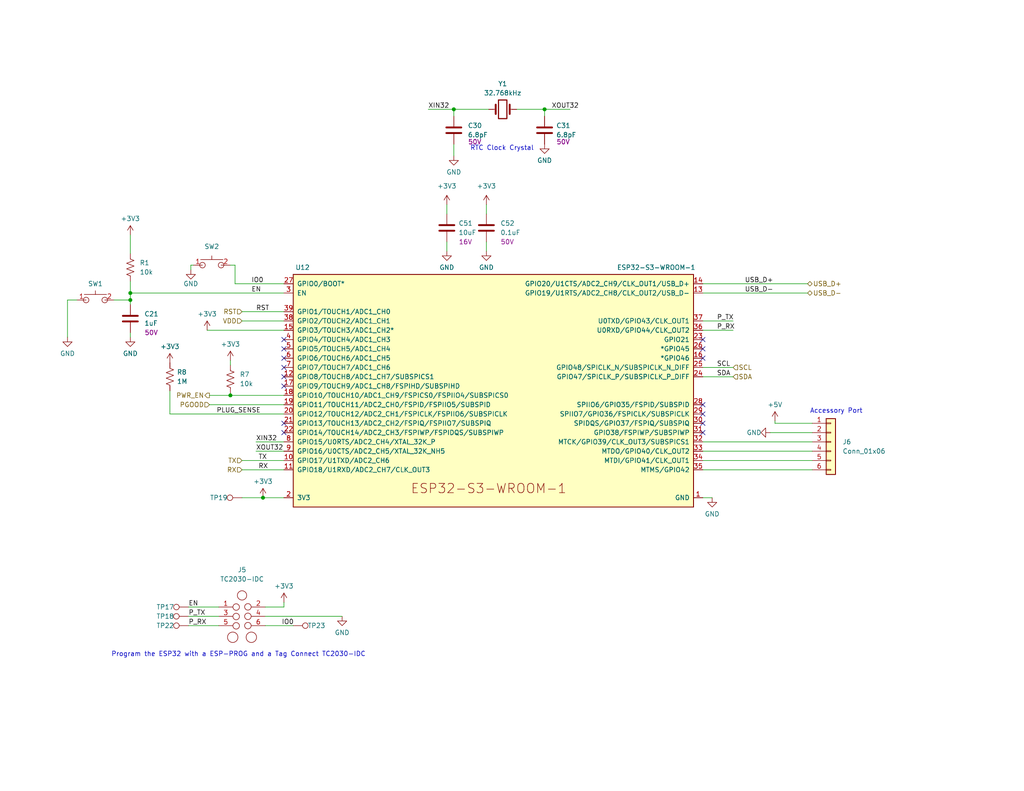
<source format=kicad_sch>
(kicad_sch (version 20230121) (generator eeschema)

  (uuid dcd2fc1c-da48-40a9-b97c-5712d9530f4f)

  (paper "A")

  (title_block
    (title "Bitaxe Ultra")
    (date "2023-12-15")
    (rev "205pd")
  )

  (lib_symbols
    (symbol "Connector:TestPoint" (pin_numbers hide) (pin_names (offset 0.762) hide) (in_bom yes) (on_board yes)
      (property "Reference" "TP" (at 0 6.858 0)
        (effects (font (size 1.27 1.27)))
      )
      (property "Value" "TestPoint" (at 0 5.08 0)
        (effects (font (size 1.27 1.27)))
      )
      (property "Footprint" "" (at 5.08 0 0)
        (effects (font (size 1.27 1.27)) hide)
      )
      (property "Datasheet" "~" (at 5.08 0 0)
        (effects (font (size 1.27 1.27)) hide)
      )
      (property "ki_keywords" "test point tp" (at 0 0 0)
        (effects (font (size 1.27 1.27)) hide)
      )
      (property "ki_description" "test point" (at 0 0 0)
        (effects (font (size 1.27 1.27)) hide)
      )
      (property "ki_fp_filters" "Pin* Test*" (at 0 0 0)
        (effects (font (size 1.27 1.27)) hide)
      )
      (symbol "TestPoint_0_1"
        (circle (center 0 3.302) (radius 0.762)
          (stroke (width 0) (type default))
          (fill (type none))
        )
      )
      (symbol "TestPoint_1_1"
        (pin passive line (at 0 0 90) (length 2.54)
          (name "1" (effects (font (size 1.27 1.27))))
          (number "1" (effects (font (size 1.27 1.27))))
        )
      )
    )
    (symbol "Connector_Generic:Conn_01x06" (pin_names (offset 1.016) hide) (in_bom yes) (on_board yes)
      (property "Reference" "J" (at 0 7.62 0)
        (effects (font (size 1.27 1.27)))
      )
      (property "Value" "Conn_01x06" (at 0 -10.16 0)
        (effects (font (size 1.27 1.27)))
      )
      (property "Footprint" "" (at 0 0 0)
        (effects (font (size 1.27 1.27)) hide)
      )
      (property "Datasheet" "~" (at 0 0 0)
        (effects (font (size 1.27 1.27)) hide)
      )
      (property "ki_keywords" "connector" (at 0 0 0)
        (effects (font (size 1.27 1.27)) hide)
      )
      (property "ki_description" "Generic connector, single row, 01x06, script generated (kicad-library-utils/schlib/autogen/connector/)" (at 0 0 0)
        (effects (font (size 1.27 1.27)) hide)
      )
      (property "ki_fp_filters" "Connector*:*_1x??_*" (at 0 0 0)
        (effects (font (size 1.27 1.27)) hide)
      )
      (symbol "Conn_01x06_1_1"
        (rectangle (start -1.27 -7.493) (end 0 -7.747)
          (stroke (width 0.1524) (type default))
          (fill (type none))
        )
        (rectangle (start -1.27 -4.953) (end 0 -5.207)
          (stroke (width 0.1524) (type default))
          (fill (type none))
        )
        (rectangle (start -1.27 -2.413) (end 0 -2.667)
          (stroke (width 0.1524) (type default))
          (fill (type none))
        )
        (rectangle (start -1.27 0.127) (end 0 -0.127)
          (stroke (width 0.1524) (type default))
          (fill (type none))
        )
        (rectangle (start -1.27 2.667) (end 0 2.413)
          (stroke (width 0.1524) (type default))
          (fill (type none))
        )
        (rectangle (start -1.27 5.207) (end 0 4.953)
          (stroke (width 0.1524) (type default))
          (fill (type none))
        )
        (rectangle (start -1.27 6.35) (end 1.27 -8.89)
          (stroke (width 0.254) (type default))
          (fill (type background))
        )
        (pin passive line (at -5.08 5.08 0) (length 3.81)
          (name "Pin_1" (effects (font (size 1.27 1.27))))
          (number "1" (effects (font (size 1.27 1.27))))
        )
        (pin passive line (at -5.08 2.54 0) (length 3.81)
          (name "Pin_2" (effects (font (size 1.27 1.27))))
          (number "2" (effects (font (size 1.27 1.27))))
        )
        (pin passive line (at -5.08 0 0) (length 3.81)
          (name "Pin_3" (effects (font (size 1.27 1.27))))
          (number "3" (effects (font (size 1.27 1.27))))
        )
        (pin passive line (at -5.08 -2.54 0) (length 3.81)
          (name "Pin_4" (effects (font (size 1.27 1.27))))
          (number "4" (effects (font (size 1.27 1.27))))
        )
        (pin passive line (at -5.08 -5.08 0) (length 3.81)
          (name "Pin_5" (effects (font (size 1.27 1.27))))
          (number "5" (effects (font (size 1.27 1.27))))
        )
        (pin passive line (at -5.08 -7.62 0) (length 3.81)
          (name "Pin_6" (effects (font (size 1.27 1.27))))
          (number "6" (effects (font (size 1.27 1.27))))
        )
      )
    )
    (symbol "Device:C" (pin_numbers hide) (pin_names (offset 0.254)) (in_bom yes) (on_board yes)
      (property "Reference" "C" (at 0.635 2.54 0)
        (effects (font (size 1.27 1.27)) (justify left))
      )
      (property "Value" "C" (at 0.635 -2.54 0)
        (effects (font (size 1.27 1.27)) (justify left))
      )
      (property "Footprint" "" (at 0.9652 -3.81 0)
        (effects (font (size 1.27 1.27)) hide)
      )
      (property "Datasheet" "~" (at 0 0 0)
        (effects (font (size 1.27 1.27)) hide)
      )
      (property "ki_keywords" "cap capacitor" (at 0 0 0)
        (effects (font (size 1.27 1.27)) hide)
      )
      (property "ki_description" "Unpolarized capacitor" (at 0 0 0)
        (effects (font (size 1.27 1.27)) hide)
      )
      (property "ki_fp_filters" "C_*" (at 0 0 0)
        (effects (font (size 1.27 1.27)) hide)
      )
      (symbol "C_0_1"
        (polyline
          (pts
            (xy -2.032 -0.762)
            (xy 2.032 -0.762)
          )
          (stroke (width 0.508) (type default))
          (fill (type none))
        )
        (polyline
          (pts
            (xy -2.032 0.762)
            (xy 2.032 0.762)
          )
          (stroke (width 0.508) (type default))
          (fill (type none))
        )
      )
      (symbol "C_1_1"
        (pin passive line (at 0 3.81 270) (length 2.794)
          (name "~" (effects (font (size 1.27 1.27))))
          (number "1" (effects (font (size 1.27 1.27))))
        )
        (pin passive line (at 0 -3.81 90) (length 2.794)
          (name "~" (effects (font (size 1.27 1.27))))
          (number "2" (effects (font (size 1.27 1.27))))
        )
      )
    )
    (symbol "Device:Crystal" (pin_numbers hide) (pin_names (offset 1.016) hide) (in_bom yes) (on_board yes)
      (property "Reference" "Y" (at 0 3.81 0)
        (effects (font (size 1.27 1.27)))
      )
      (property "Value" "Crystal" (at 0 -3.81 0)
        (effects (font (size 1.27 1.27)))
      )
      (property "Footprint" "" (at 0 0 0)
        (effects (font (size 1.27 1.27)) hide)
      )
      (property "Datasheet" "~" (at 0 0 0)
        (effects (font (size 1.27 1.27)) hide)
      )
      (property "ki_keywords" "quartz ceramic resonator oscillator" (at 0 0 0)
        (effects (font (size 1.27 1.27)) hide)
      )
      (property "ki_description" "Two pin crystal" (at 0 0 0)
        (effects (font (size 1.27 1.27)) hide)
      )
      (property "ki_fp_filters" "Crystal*" (at 0 0 0)
        (effects (font (size 1.27 1.27)) hide)
      )
      (symbol "Crystal_0_1"
        (rectangle (start -1.143 2.54) (end 1.143 -2.54)
          (stroke (width 0.3048) (type default))
          (fill (type none))
        )
        (polyline
          (pts
            (xy -2.54 0)
            (xy -1.905 0)
          )
          (stroke (width 0) (type default))
          (fill (type none))
        )
        (polyline
          (pts
            (xy -1.905 -1.27)
            (xy -1.905 1.27)
          )
          (stroke (width 0.508) (type default))
          (fill (type none))
        )
        (polyline
          (pts
            (xy 1.905 -1.27)
            (xy 1.905 1.27)
          )
          (stroke (width 0.508) (type default))
          (fill (type none))
        )
        (polyline
          (pts
            (xy 2.54 0)
            (xy 1.905 0)
          )
          (stroke (width 0) (type default))
          (fill (type none))
        )
      )
      (symbol "Crystal_1_1"
        (pin passive line (at -3.81 0 0) (length 1.27)
          (name "1" (effects (font (size 1.27 1.27))))
          (number "1" (effects (font (size 1.27 1.27))))
        )
        (pin passive line (at 3.81 0 180) (length 1.27)
          (name "2" (effects (font (size 1.27 1.27))))
          (number "2" (effects (font (size 1.27 1.27))))
        )
      )
    )
    (symbol "Device:R_US" (pin_numbers hide) (pin_names (offset 0)) (in_bom yes) (on_board yes)
      (property "Reference" "R" (at 2.54 0 90)
        (effects (font (size 1.27 1.27)))
      )
      (property "Value" "R_US" (at -2.54 0 90)
        (effects (font (size 1.27 1.27)))
      )
      (property "Footprint" "" (at 1.016 -0.254 90)
        (effects (font (size 1.27 1.27)) hide)
      )
      (property "Datasheet" "~" (at 0 0 0)
        (effects (font (size 1.27 1.27)) hide)
      )
      (property "ki_keywords" "R res resistor" (at 0 0 0)
        (effects (font (size 1.27 1.27)) hide)
      )
      (property "ki_description" "Resistor, US symbol" (at 0 0 0)
        (effects (font (size 1.27 1.27)) hide)
      )
      (property "ki_fp_filters" "R_*" (at 0 0 0)
        (effects (font (size 1.27 1.27)) hide)
      )
      (symbol "R_US_0_1"
        (polyline
          (pts
            (xy 0 -2.286)
            (xy 0 -2.54)
          )
          (stroke (width 0) (type default))
          (fill (type none))
        )
        (polyline
          (pts
            (xy 0 2.286)
            (xy 0 2.54)
          )
          (stroke (width 0) (type default))
          (fill (type none))
        )
        (polyline
          (pts
            (xy 0 -0.762)
            (xy 1.016 -1.143)
            (xy 0 -1.524)
            (xy -1.016 -1.905)
            (xy 0 -2.286)
          )
          (stroke (width 0) (type default))
          (fill (type none))
        )
        (polyline
          (pts
            (xy 0 0.762)
            (xy 1.016 0.381)
            (xy 0 0)
            (xy -1.016 -0.381)
            (xy 0 -0.762)
          )
          (stroke (width 0) (type default))
          (fill (type none))
        )
        (polyline
          (pts
            (xy 0 2.286)
            (xy 1.016 1.905)
            (xy 0 1.524)
            (xy -1.016 1.143)
            (xy 0 0.762)
          )
          (stroke (width 0) (type default))
          (fill (type none))
        )
      )
      (symbol "R_US_1_1"
        (pin passive line (at 0 3.81 270) (length 1.27)
          (name "~" (effects (font (size 1.27 1.27))))
          (number "1" (effects (font (size 1.27 1.27))))
        )
        (pin passive line (at 0 -3.81 90) (length 1.27)
          (name "~" (effects (font (size 1.27 1.27))))
          (number "2" (effects (font (size 1.27 1.27))))
        )
      )
    )
    (symbol "bitaxe:ESP32-S3-WROOM-1" (pin_names (offset 1.016)) (in_bom yes) (on_board yes)
      (property "Reference" "U12" (at -50.8 34.925 0)
        (effects (font (size 1.27 1.27)))
      )
      (property "Value" "ESP32-S3-WROOM-1" (at 45.72 34.925 0)
        (effects (font (size 1.27 1.27)))
      )
      (property "Footprint" "Espressif:ESP32-S3-WROOM-1" (at 0 -33.02 0)
        (effects (font (size 1.27 1.27)) hide)
      )
      (property "Datasheet" "https://www.espressif.com/sites/default/files/documentation/esp32-s3-wroom-1_wroom-1u_datasheet_en.pdf" (at 0 -35.56 0)
        (effects (font (size 1.27 1.27)) hide)
      )
      (property "DK" "1965-ESP32-S3-WROOM-1-N16R8CT-ND" (at 0 0 0)
        (effects (font (size 1.27 1.27)) hide)
      )
      (property "PARTNO" "ESP32-S3-WROOM-1-N16R8" (at 0 0 0)
        (effects (font (size 1.27 1.27)) hide)
      )
      (property "ki_description" "2.4 GHz WiFi (802.11 b/g/n) and Bluetooth ® 5 (LE) module Built around ESP32S3 series of SoCs, Xtensa ® dualcore 32bit LX7 microprocessor Flash up to 16 MB, PSRAM up to 8 MB 36 GPIOs, rich set of peripherals Onboard PCB antenna" (at 0 0 0)
        (effects (font (size 1.27 1.27)) hide)
      )
      (symbol "ESP32-S3-WROOM-1_0_0"
        (rectangle (start -53.34 33.02) (end 55.88 -30.48)
          (stroke (width 0.254) (type default))
          (fill (type background))
        )
        (text "ESP32-S3-WROOM-1" (at 0 -25.4 0)
          (effects (font (size 2.54 2.54)))
        )
        (pin power_in line (at 58.42 -27.94 180) (length 2.54)
          (name "GND" (effects (font (size 1.27 1.27))))
          (number "1" (effects (font (size 1.27 1.27))))
        )
        (pin bidirectional line (at -55.88 -17.78 0) (length 2.54)
          (name "GPIO17/U1TXD/ADC2_CH6" (effects (font (size 1.27 1.27))))
          (number "10" (effects (font (size 1.27 1.27))))
        )
        (pin bidirectional line (at -55.88 -20.32 0) (length 2.54)
          (name "GPIO18/U1RXD/ADC2_CH7/CLK_OUT3" (effects (font (size 1.27 1.27))))
          (number "11" (effects (font (size 1.27 1.27))))
        )
        (pin bidirectional line (at -55.88 5.08 0) (length 2.54)
          (name "GPIO8/TOUCH8/ADC1_CH7/SUBSPICS1" (effects (font (size 1.27 1.27))))
          (number "12" (effects (font (size 1.27 1.27))))
        )
        (pin bidirectional line (at 58.42 27.94 180) (length 2.54)
          (name "GPIO19/U1RTS/ADC2_CH8/CLK_OUT2/USB_D-" (effects (font (size 1.27 1.27))))
          (number "13" (effects (font (size 1.27 1.27))))
        )
        (pin bidirectional line (at 58.42 30.48 180) (length 2.54)
          (name "GPIO20/U1CTS/ADC2_CH9/CLK_OUT1/USB_D+" (effects (font (size 1.27 1.27))))
          (number "14" (effects (font (size 1.27 1.27))))
        )
        (pin bidirectional line (at -55.88 17.78 0) (length 2.54)
          (name "GPIO3/TOUCH3/ADC1_CH2*" (effects (font (size 1.27 1.27))))
          (number "15" (effects (font (size 1.27 1.27))))
        )
        (pin bidirectional line (at 58.42 10.16 180) (length 2.54)
          (name "*GPIO46" (effects (font (size 1.27 1.27))))
          (number "16" (effects (font (size 1.27 1.27))))
        )
        (pin bidirectional line (at -55.88 2.54 0) (length 2.54)
          (name "GPIO9/TOUCH9/ADC1_CH8/FSPIHD/SUBSPIHD" (effects (font (size 1.27 1.27))))
          (number "17" (effects (font (size 1.27 1.27))))
        )
        (pin bidirectional line (at -55.88 0 0) (length 2.54)
          (name "GPIO10/TOUCH10/ADC1_CH9/FSPICS0/FSPIIO4/SUBSPICS0" (effects (font (size 1.27 1.27))))
          (number "18" (effects (font (size 1.27 1.27))))
        )
        (pin bidirectional line (at -55.88 -2.54 0) (length 2.54)
          (name "GPIO11/TOUCH11/ADC2_CH0/FSPID/FSPIIO5/SUBSPID" (effects (font (size 1.27 1.27))))
          (number "19" (effects (font (size 1.27 1.27))))
        )
        (pin power_in line (at -55.88 -27.94 0) (length 2.54)
          (name "3V3" (effects (font (size 1.27 1.27))))
          (number "2" (effects (font (size 1.27 1.27))))
        )
        (pin bidirectional line (at -55.88 -5.08 0) (length 2.54)
          (name "GPIO12/TOUCH12/ADC2_CH1/FSPICLK/FSPIIO6/SUBSPICLK" (effects (font (size 1.27 1.27))))
          (number "20" (effects (font (size 1.27 1.27))))
        )
        (pin bidirectional line (at -55.88 -7.62 0) (length 2.54)
          (name "GPIO13/TOUCH13/ADC2_CH2/FSPIQ/FSPIIO7/SUBSPIQ" (effects (font (size 1.27 1.27))))
          (number "21" (effects (font (size 1.27 1.27))))
        )
        (pin bidirectional line (at -55.88 -10.16 0) (length 2.54)
          (name "GPIO14/TOUCH14/ADC2_CH3/FSPIWP/FSPIDQS/SUBSPIWP" (effects (font (size 1.27 1.27))))
          (number "22" (effects (font (size 1.27 1.27))))
        )
        (pin bidirectional line (at 58.42 15.24 180) (length 2.54)
          (name "GPIO21" (effects (font (size 1.27 1.27))))
          (number "23" (effects (font (size 1.27 1.27))))
        )
        (pin bidirectional line (at 58.42 5.08 180) (length 2.54)
          (name "GPIO47/SPICLK_P/SUBSPICLK_P_DIFF" (effects (font (size 1.27 1.27))))
          (number "24" (effects (font (size 1.27 1.27))))
        )
        (pin bidirectional line (at 58.42 7.62 180) (length 2.54)
          (name "GPIO48/SPICLK_N/SUBSPICLK_N_DIFF" (effects (font (size 1.27 1.27))))
          (number "25" (effects (font (size 1.27 1.27))))
        )
        (pin bidirectional line (at 58.42 12.7 180) (length 2.54)
          (name "*GPIO45" (effects (font (size 1.27 1.27))))
          (number "26" (effects (font (size 1.27 1.27))))
        )
        (pin bidirectional line (at -55.88 30.48 0) (length 2.54)
          (name "GPIO0/BOOT*" (effects (font (size 1.27 1.27))))
          (number "27" (effects (font (size 1.27 1.27))))
        )
        (pin bidirectional line (at 58.42 -2.54 180) (length 2.54)
          (name "SPIIO6/GPIO35/FSPID/SUBSPID" (effects (font (size 1.27 1.27))))
          (number "28" (effects (font (size 1.27 1.27))))
        )
        (pin bidirectional line (at 58.42 -5.08 180) (length 2.54)
          (name "SPIIO7/GPIO36/FSPICLK/SUBSPICLK" (effects (font (size 1.27 1.27))))
          (number "29" (effects (font (size 1.27 1.27))))
        )
        (pin input line (at -55.88 27.94 0) (length 2.54)
          (name "EN" (effects (font (size 1.27 1.27))))
          (number "3" (effects (font (size 1.27 1.27))))
        )
        (pin bidirectional line (at 58.42 -7.62 180) (length 2.54)
          (name "SPIDQS/GPIO37/FSPIQ/SUBSPIQ" (effects (font (size 1.27 1.27))))
          (number "30" (effects (font (size 1.27 1.27))))
        )
        (pin bidirectional line (at 58.42 -10.16 180) (length 2.54)
          (name "GPIO38/FSPIWP/SUBSPIWP" (effects (font (size 1.27 1.27))))
          (number "31" (effects (font (size 1.27 1.27))))
        )
        (pin bidirectional line (at 58.42 -12.7 180) (length 2.54)
          (name "MTCK/GPIO39/CLK_OUT3/SUBSPICS1" (effects (font (size 1.27 1.27))))
          (number "32" (effects (font (size 1.27 1.27))))
        )
        (pin bidirectional line (at 58.42 -15.24 180) (length 2.54)
          (name "MTDO/GPIO40/CLK_OUT2" (effects (font (size 1.27 1.27))))
          (number "33" (effects (font (size 1.27 1.27))))
        )
        (pin bidirectional line (at 58.42 -17.78 180) (length 2.54)
          (name "MTDI/GPIO41/CLK_OUT1" (effects (font (size 1.27 1.27))))
          (number "34" (effects (font (size 1.27 1.27))))
        )
        (pin bidirectional line (at 58.42 -20.32 180) (length 2.54)
          (name "MTMS/GPIO42" (effects (font (size 1.27 1.27))))
          (number "35" (effects (font (size 1.27 1.27))))
        )
        (pin bidirectional line (at 58.42 17.78 180) (length 2.54)
          (name "U0RXD/GPIO44/CLK_OUT2" (effects (font (size 1.27 1.27))))
          (number "36" (effects (font (size 1.27 1.27))))
        )
        (pin bidirectional line (at 58.42 20.32 180) (length 2.54)
          (name "U0TXD/GPIO43/CLK_OUT1" (effects (font (size 1.27 1.27))))
          (number "37" (effects (font (size 1.27 1.27))))
        )
        (pin bidirectional line (at -55.88 20.32 0) (length 2.54)
          (name "GPIO2/TOUCH2/ADC1_CH1" (effects (font (size 1.27 1.27))))
          (number "38" (effects (font (size 1.27 1.27))))
        )
        (pin bidirectional line (at -55.88 22.86 0) (length 2.54)
          (name "GPIO1/TOUCH1/ADC1_CH0" (effects (font (size 1.27 1.27))))
          (number "39" (effects (font (size 1.27 1.27))))
        )
        (pin bidirectional line (at -55.88 15.24 0) (length 2.54)
          (name "GPIO4/TOUCH4/ADC1_CH3" (effects (font (size 1.27 1.27))))
          (number "4" (effects (font (size 1.27 1.27))))
        )
        (pin passive line (at 58.42 -27.94 180) (length 2.54) hide
          (name "GND" (effects (font (size 1.27 1.27))))
          (number "40" (effects (font (size 1.27 1.27))))
        )
        (pin passive line (at 58.42 -27.94 180) (length 2.54) hide
          (name "GND" (effects (font (size 1.27 1.27))))
          (number "41" (effects (font (size 1.27 1.27))))
        )
        (pin bidirectional line (at -55.88 12.7 0) (length 2.54)
          (name "GPIO5/TOUCH5/ADC1_CH4" (effects (font (size 1.27 1.27))))
          (number "5" (effects (font (size 1.27 1.27))))
        )
        (pin bidirectional line (at -55.88 10.16 0) (length 2.54)
          (name "GPIO6/TOUCH6/ADC1_CH5" (effects (font (size 1.27 1.27))))
          (number "6" (effects (font (size 1.27 1.27))))
        )
        (pin bidirectional line (at -55.88 7.62 0) (length 2.54)
          (name "GPIO7/TOUCH7/ADC1_CH6" (effects (font (size 1.27 1.27))))
          (number "7" (effects (font (size 1.27 1.27))))
        )
        (pin bidirectional line (at -55.88 -12.7 0) (length 2.54)
          (name "GPIO15/U0RTS/ADC2_CH4/XTAL_32K_P" (effects (font (size 1.27 1.27))))
          (number "8" (effects (font (size 1.27 1.27))))
        )
        (pin bidirectional line (at -55.88 -15.24 0) (length 2.54)
          (name "GPIO16/U0CTS/ADC2_CH5/XTAL_32K_NH5" (effects (font (size 1.27 1.27))))
          (number "9" (effects (font (size 1.27 1.27))))
        )
      )
    )
    (symbol "bitaxe:GT-TC029B-H025-L1N" (in_bom yes) (on_board yes)
      (property "Reference" "SW2" (at 0 3.81 0)
        (effects (font (size 1.27 1.27)))
      )
      (property "Value" "GT-TC029B-H025-L1N" (at 0 3.81 0)
        (effects (font (size 1.27 1.27)) hide)
      )
      (property "Footprint" "bitaxe:SW_CS1213AGF260_CRS" (at 0 -7.62 0)
        (effects (font (size 1.27 1.27)) hide)
      )
      (property "Datasheet" "https://www.citrelay.com/Catalog%20Pages/SwitchCatalog/CS1213.pdf" (at 0 -10.16 0)
        (effects (font (size 1.27 1.27)) hide)
      )
      (property "DK" "2449-CS1213AGF260CT-ND" (at 0 0 0)
        (effects (font (size 1.27 1.27)) hide)
      )
      (property "PARTNO" "CS1213AGF260" (at 0 0 0)
        (effects (font (size 1.27 1.27)) hide)
      )
      (symbol "GT-TC029B-H025-L1N_0_1"
        (circle (center -2.54 0) (radius 0.76)
          (stroke (width 0) (type default))
          (fill (type none))
        )
        (polyline
          (pts
            (xy -3.05 1.52)
            (xy 3.05 1.52)
          )
          (stroke (width 0) (type default))
          (fill (type none))
        )
        (polyline
          (pts
            (xy 0 1.52)
            (xy 0 2.54)
          )
          (stroke (width 0) (type default))
          (fill (type none))
        )
        (circle (center 2.54 0) (radius 0.76)
          (stroke (width 0) (type default))
          (fill (type none))
        )
        (pin unspecified line (at -5.08 0 0) (length 2.54)
          (name "~" (effects (font (size 1.27 1.27))))
          (number "1" (effects (font (size 1.27 1.27))))
        )
        (pin unspecified line (at 5.08 0 180) (length 2.54)
          (name "~" (effects (font (size 1.27 1.27))))
          (number "2" (effects (font (size 1.27 1.27))))
        )
      )
    )
    (symbol "bitaxe:TC2030-IDC-NL" (pin_names (offset 1.016) hide) (in_bom yes) (on_board yes)
      (property "Reference" "J5" (at 0 12.7 0)
        (effects (font (size 1.27 1.27)))
      )
      (property "Value" "TC2030-IDC" (at 0 10.16 0)
        (effects (font (size 1.27 1.27)))
      )
      (property "Footprint" "Connector:Tag-Connect_TC2030-IDC-NL_2x03_P1.27mm_Vertical" (at -1.27 0 0)
        (effects (font (size 1.27 1.27)) hide)
      )
      (property "Datasheet" "" (at -1.27 0 0)
        (effects (font (size 1.27 1.27)) hide)
      )
      (property "ki_fp_filters" "TC2030*" (at 0 0 0)
        (effects (font (size 1.27 1.27)) hide)
      )
      (symbol "TC2030-IDC-NL_0_1"
        (circle (center -2.54 -5.715) (radius 1.4224)
          (stroke (width 0) (type default))
          (fill (type none))
        )
        (circle (center -1.6002 2.54) (radius 0.889)
          (stroke (width 0) (type default))
          (fill (type none))
        )
        (circle (center 0 5.715) (radius 1.27)
          (stroke (width 0) (type default))
          (fill (type none))
        )
      )
      (symbol "TC2030-IDC-NL_1_1"
        (circle (center -1.6002 -2.5908) (radius 0.889)
          (stroke (width 0) (type default))
          (fill (type none))
        )
        (circle (center -1.6002 -0.0508) (radius 0.889)
          (stroke (width 0) (type default))
          (fill (type none))
        )
        (circle (center 1.6002 -2.54) (radius 0.889)
          (stroke (width 0) (type default))
          (fill (type none))
        )
        (circle (center 1.6002 0) (radius 0.889)
          (stroke (width 0) (type default))
          (fill (type none))
        )
        (circle (center 1.6002 2.5908) (radius 0.889)
          (stroke (width 0) (type default))
          (fill (type none))
        )
        (circle (center 2.54 -5.715) (radius 1.4224)
          (stroke (width 0) (type default))
          (fill (type none))
        )
        (pin passive line (at -6.35 2.54 0) (length 3.81)
          (name "Pin_1" (effects (font (size 1.27 1.27))))
          (number "1" (effects (font (size 1.27 1.27))))
        )
        (pin passive line (at 6.35 2.54 180) (length 3.81)
          (name "Pin_2" (effects (font (size 1.27 1.27))))
          (number "2" (effects (font (size 1.27 1.27))))
        )
        (pin passive line (at -6.35 0 0) (length 3.81)
          (name "Pin_3" (effects (font (size 1.27 1.27))))
          (number "3" (effects (font (size 1.27 1.27))))
        )
        (pin passive line (at 6.35 0 180) (length 3.81)
          (name "Pin_4" (effects (font (size 1.27 1.27))))
          (number "4" (effects (font (size 1.27 1.27))))
        )
        (pin passive line (at -6.35 -2.54 0) (length 3.81)
          (name "Pin_5" (effects (font (size 1.27 1.27))))
          (number "5" (effects (font (size 1.27 1.27))))
        )
        (pin passive line (at 6.35 -2.54 180) (length 3.81)
          (name "Pin_6" (effects (font (size 1.27 1.27))))
          (number "6" (effects (font (size 1.27 1.27))))
        )
      )
    )
    (symbol "power:+3V3" (power) (pin_names (offset 0)) (in_bom yes) (on_board yes)
      (property "Reference" "#PWR" (at 0 -3.81 0)
        (effects (font (size 1.27 1.27)) hide)
      )
      (property "Value" "+3V3" (at 0 3.556 0)
        (effects (font (size 1.27 1.27)))
      )
      (property "Footprint" "" (at 0 0 0)
        (effects (font (size 1.27 1.27)) hide)
      )
      (property "Datasheet" "" (at 0 0 0)
        (effects (font (size 1.27 1.27)) hide)
      )
      (property "ki_keywords" "global power" (at 0 0 0)
        (effects (font (size 1.27 1.27)) hide)
      )
      (property "ki_description" "Power symbol creates a global label with name \"+3V3\"" (at 0 0 0)
        (effects (font (size 1.27 1.27)) hide)
      )
      (symbol "+3V3_0_1"
        (polyline
          (pts
            (xy -0.762 1.27)
            (xy 0 2.54)
          )
          (stroke (width 0) (type default))
          (fill (type none))
        )
        (polyline
          (pts
            (xy 0 0)
            (xy 0 2.54)
          )
          (stroke (width 0) (type default))
          (fill (type none))
        )
        (polyline
          (pts
            (xy 0 2.54)
            (xy 0.762 1.27)
          )
          (stroke (width 0) (type default))
          (fill (type none))
        )
      )
      (symbol "+3V3_1_1"
        (pin power_in line (at 0 0 90) (length 0) hide
          (name "+3V3" (effects (font (size 1.27 1.27))))
          (number "1" (effects (font (size 1.27 1.27))))
        )
      )
    )
    (symbol "power:+5V" (power) (pin_names (offset 0)) (in_bom yes) (on_board yes)
      (property "Reference" "#PWR" (at 0 -3.81 0)
        (effects (font (size 1.27 1.27)) hide)
      )
      (property "Value" "+5V" (at 0 3.556 0)
        (effects (font (size 1.27 1.27)))
      )
      (property "Footprint" "" (at 0 0 0)
        (effects (font (size 1.27 1.27)) hide)
      )
      (property "Datasheet" "" (at 0 0 0)
        (effects (font (size 1.27 1.27)) hide)
      )
      (property "ki_keywords" "global power" (at 0 0 0)
        (effects (font (size 1.27 1.27)) hide)
      )
      (property "ki_description" "Power symbol creates a global label with name \"+5V\"" (at 0 0 0)
        (effects (font (size 1.27 1.27)) hide)
      )
      (symbol "+5V_0_1"
        (polyline
          (pts
            (xy -0.762 1.27)
            (xy 0 2.54)
          )
          (stroke (width 0) (type default))
          (fill (type none))
        )
        (polyline
          (pts
            (xy 0 0)
            (xy 0 2.54)
          )
          (stroke (width 0) (type default))
          (fill (type none))
        )
        (polyline
          (pts
            (xy 0 2.54)
            (xy 0.762 1.27)
          )
          (stroke (width 0) (type default))
          (fill (type none))
        )
      )
      (symbol "+5V_1_1"
        (pin power_in line (at 0 0 90) (length 0) hide
          (name "+5V" (effects (font (size 1.27 1.27))))
          (number "1" (effects (font (size 1.27 1.27))))
        )
      )
    )
    (symbol "power:GND" (power) (pin_names (offset 0)) (in_bom yes) (on_board yes)
      (property "Reference" "#PWR" (at 0 -6.35 0)
        (effects (font (size 1.27 1.27)) hide)
      )
      (property "Value" "GND" (at 0 -3.81 0)
        (effects (font (size 1.27 1.27)))
      )
      (property "Footprint" "" (at 0 0 0)
        (effects (font (size 1.27 1.27)) hide)
      )
      (property "Datasheet" "" (at 0 0 0)
        (effects (font (size 1.27 1.27)) hide)
      )
      (property "ki_keywords" "global power" (at 0 0 0)
        (effects (font (size 1.27 1.27)) hide)
      )
      (property "ki_description" "Power symbol creates a global label with name \"GND\" , ground" (at 0 0 0)
        (effects (font (size 1.27 1.27)) hide)
      )
      (symbol "GND_0_1"
        (polyline
          (pts
            (xy 0 0)
            (xy 0 -1.27)
            (xy 1.27 -1.27)
            (xy 0 -2.54)
            (xy -1.27 -1.27)
            (xy 0 -1.27)
          )
          (stroke (width 0) (type default))
          (fill (type none))
        )
      )
      (symbol "GND_1_1"
        (pin power_in line (at 0 0 270) (length 0) hide
          (name "GND" (effects (font (size 1.27 1.27))))
          (number "1" (effects (font (size 1.27 1.27))))
        )
      )
    )
  )

  (junction (at 123.825 29.845) (diameter 0) (color 0 0 0 0)
    (uuid 1dc4e333-4cdf-40f0-9173-67e0015365ce)
  )
  (junction (at 148.59 29.845) (diameter 0) (color 0 0 0 0)
    (uuid 95a82d1e-d3ac-4099-b4fd-92a30b7fd12d)
  )
  (junction (at 71.755 135.89) (diameter 0) (color 0 0 0 0)
    (uuid 9753d4cc-5e5b-4059-95ec-d4578b19e383)
  )
  (junction (at 35.56 80.01) (diameter 0) (color 0 0 0 0)
    (uuid a93e32a3-6f16-494f-8082-8bf5569d8d71)
  )
  (junction (at 62.865 107.95) (diameter 0) (color 0 0 0 0)
    (uuid acfc8f8a-13c6-4fae-97b3-a182bf71d69e)
  )
  (junction (at 35.56 81.915) (diameter 0) (color 0 0 0 0)
    (uuid bec08c02-6895-4f1e-a4aa-201ef35d3dbe)
  )

  (no_connect (at 191.77 113.03) (uuid 0b2edd47-0b1c-4e81-9bb1-fe6119c6c34e))
  (no_connect (at 77.47 97.79) (uuid 20fd9c97-6503-4510-805f-45dbf73ee975))
  (no_connect (at 77.47 102.87) (uuid 2bab369d-a2c7-4aef-a208-6e5cef4ce0b2))
  (no_connect (at 77.47 115.57) (uuid 493322ab-16f7-4a0f-8d5c-7845d31ce98b))
  (no_connect (at 77.47 92.71) (uuid 707b62f5-4e82-41db-aed2-c526585461a9))
  (no_connect (at 191.77 92.71) (uuid 79112aca-22b4-4294-ae17-83eabc77489d))
  (no_connect (at 77.47 100.33) (uuid 8ef4bd0f-55af-4979-8c1c-3e52bec53df2))
  (no_connect (at 77.47 95.25) (uuid 99dd853c-ad50-4870-a6f8-b37f1dd5e29b))
  (no_connect (at 191.77 115.57) (uuid a2f050cb-0186-49f7-b6f3-4ec9fc85c90a))
  (no_connect (at 191.77 110.49) (uuid af06f751-88e6-4986-95ee-6c0147012175))
  (no_connect (at 77.47 118.11) (uuid b7ab65fe-5ada-4eb6-bfbe-fa0c0bd1bfb8))
  (no_connect (at 191.77 95.25) (uuid bbdc681c-7d03-4860-86ee-21bcb9e14956))
  (no_connect (at 191.77 118.11) (uuid cbb952fc-28ce-40d1-881e-21324d23fd42))
  (no_connect (at 77.47 105.41) (uuid e9176fac-49bb-410b-a70b-bf30f25702a3))
  (no_connect (at 191.77 97.79) (uuid ee993a19-6f84-4b7b-bde3-6820a654131d))

  (wire (pts (xy 64.135 72.39) (xy 64.135 77.47))
    (stroke (width 0) (type default))
    (uuid 03155d71-bc24-45eb-8f7d-a29128c3d70c)
  )
  (wire (pts (xy 121.92 55.88) (xy 121.92 58.42))
    (stroke (width 0) (type default))
    (uuid 0bccb4bf-054c-4e15-949f-1ce1051a54b5)
  )
  (wire (pts (xy 191.77 128.27) (xy 221.615 128.27))
    (stroke (width 0) (type default))
    (uuid 13189ee5-1f98-44cf-9469-c8f580ed76c7)
  )
  (wire (pts (xy 35.56 80.01) (xy 35.56 81.915))
    (stroke (width 0) (type default))
    (uuid 18eee25f-50eb-4197-8bcb-863b5e7c8729)
  )
  (wire (pts (xy 140.97 29.845) (xy 148.59 29.845))
    (stroke (width 0) (type default))
    (uuid 1fdaefaa-3a80-4965-90fd-fc438d510ed3)
  )
  (wire (pts (xy 72.39 168.275) (xy 93.345 168.275))
    (stroke (width 0) (type default))
    (uuid 20e139ca-0446-4282-b2e6-b2092adb6905)
  )
  (wire (pts (xy 123.825 42.545) (xy 123.825 39.37))
    (stroke (width 0) (type default))
    (uuid 2c6f9af8-b762-4750-bd04-43bc0095027e)
  )
  (wire (pts (xy 35.56 76.835) (xy 35.56 80.01))
    (stroke (width 0) (type default))
    (uuid 30bd0db2-5207-4ee7-9dcc-cbf7fc6aa93b)
  )
  (wire (pts (xy 72.39 165.735) (xy 77.47 165.735))
    (stroke (width 0) (type default))
    (uuid 346d3cb2-6973-408a-8d4e-f44edda9da22)
  )
  (wire (pts (xy 57.15 107.95) (xy 62.865 107.95))
    (stroke (width 0) (type default))
    (uuid 36c96ef5-04f9-4f93-a7a0-64a832066071)
  )
  (wire (pts (xy 71.755 135.89) (xy 77.47 135.89))
    (stroke (width 0) (type default))
    (uuid 375a79c0-d3b2-457d-b0bc-78720f763f09)
  )
  (wire (pts (xy 46.355 113.03) (xy 77.47 113.03))
    (stroke (width 0) (type default))
    (uuid 37b462a4-2b65-4e70-9ee1-376210b072b4)
  )
  (wire (pts (xy 77.47 125.73) (xy 66.04 125.73))
    (stroke (width 0) (type default))
    (uuid 3967452a-fd48-4c0a-a4e2-38ec60c4a115)
  )
  (wire (pts (xy 132.715 66.04) (xy 132.715 68.58))
    (stroke (width 0) (type default))
    (uuid 39cfac2b-11bb-42af-af85-36789222f163)
  )
  (wire (pts (xy 191.77 125.73) (xy 221.615 125.73))
    (stroke (width 0) (type default))
    (uuid 3e41f597-fd97-4cb1-91e2-7dd7c89453a3)
  )
  (wire (pts (xy 18.415 81.915) (xy 18.415 92.075))
    (stroke (width 0) (type default))
    (uuid 47552f03-94d6-4f16-b0b2-4067fddfae4e)
  )
  (wire (pts (xy 148.59 29.845) (xy 155.575 29.845))
    (stroke (width 0) (type default))
    (uuid 4949ff34-258c-4617-9ea7-dd3b86b44b59)
  )
  (wire (pts (xy 69.85 120.65) (xy 77.47 120.65))
    (stroke (width 0) (type default))
    (uuid 4a4fe3fe-a6f9-4740-9be7-2b068bbd1506)
  )
  (wire (pts (xy 64.135 77.47) (xy 77.47 77.47))
    (stroke (width 0) (type default))
    (uuid 4ce34823-b4b2-485e-8c65-7d3e08b076e4)
  )
  (wire (pts (xy 77.47 85.09) (xy 66.04 85.09))
    (stroke (width 0) (type default))
    (uuid 4ce6cb28-78fa-404c-89cd-9f9b9ddfe0a9)
  )
  (wire (pts (xy 52.07 72.39) (xy 52.705 72.39))
    (stroke (width 0) (type default))
    (uuid 4d4475a9-fa14-4131-b39f-674450f77f8b)
  )
  (wire (pts (xy 46.355 106.68) (xy 46.355 113.03))
    (stroke (width 0) (type default))
    (uuid 4d676252-eef4-4850-b9a4-eb817cc0efb9)
  )
  (wire (pts (xy 62.865 107.315) (xy 62.865 107.95))
    (stroke (width 0) (type default))
    (uuid 4dcc8c08-86dd-400d-ac16-1d11c4d11eb1)
  )
  (wire (pts (xy 116.84 29.845) (xy 123.825 29.845))
    (stroke (width 0) (type default))
    (uuid 56dfd12f-7644-4e9a-b90a-69ab82116af2)
  )
  (wire (pts (xy 31.115 81.915) (xy 35.56 81.915))
    (stroke (width 0) (type default))
    (uuid 5c5a4ae7-0775-43be-9d50-78a16eeab951)
  )
  (wire (pts (xy 123.825 29.845) (xy 123.825 31.75))
    (stroke (width 0) (type default))
    (uuid 5ed4192a-7dcd-432c-8a8c-d31e86d055a2)
  )
  (wire (pts (xy 72.39 170.815) (xy 80.01 170.815))
    (stroke (width 0) (type default))
    (uuid 692c68ed-ebca-4b97-9a68-89f1817ca63c)
  )
  (wire (pts (xy 77.47 164.465) (xy 77.47 165.735))
    (stroke (width 0) (type default))
    (uuid 69852f0b-bf73-47fd-8b64-dec7cffaf240)
  )
  (wire (pts (xy 211.455 115.57) (xy 221.615 115.57))
    (stroke (width 0) (type default))
    (uuid 6f6fb36d-6bc2-4d75-9abd-3e01e6f9d5a7)
  )
  (wire (pts (xy 69.85 123.19) (xy 77.47 123.19))
    (stroke (width 0) (type default))
    (uuid 70333b9d-c895-4c88-9ed8-cf5fe3ca88a3)
  )
  (wire (pts (xy 35.56 81.915) (xy 35.56 83.185))
    (stroke (width 0) (type default))
    (uuid 759bd8da-b3d0-4aaf-86da-42d3dc08df71)
  )
  (wire (pts (xy 191.77 90.17) (xy 200.025 90.17))
    (stroke (width 0) (type default))
    (uuid 7d3d72a3-dbe0-466e-a8fe-e91cff48665b)
  )
  (wire (pts (xy 35.56 80.01) (xy 77.47 80.01))
    (stroke (width 0) (type default))
    (uuid 7f364cb0-c16a-415f-8051-8e50aadb32ad)
  )
  (wire (pts (xy 77.47 128.27) (xy 66.04 128.27))
    (stroke (width 0) (type default))
    (uuid 8162658d-e56f-46f3-8959-51c26844487c)
  )
  (wire (pts (xy 123.825 29.845) (xy 133.35 29.845))
    (stroke (width 0) (type default))
    (uuid 83c85c4f-303e-4f66-b697-eee0753ee6a1)
  )
  (wire (pts (xy 62.865 107.95) (xy 77.47 107.95))
    (stroke (width 0) (type default))
    (uuid 83e5fbda-0aa0-44d6-a97d-e9de6cc5f4c3)
  )
  (wire (pts (xy 51.435 170.815) (xy 59.69 170.815))
    (stroke (width 0) (type default))
    (uuid 85ceb3c3-b585-4019-84c3-34404dd08ef3)
  )
  (wire (pts (xy 191.77 102.87) (xy 200.025 102.87))
    (stroke (width 0) (type default))
    (uuid 8d18ffac-26c5-4b30-9ff7-b624269127a8)
  )
  (wire (pts (xy 57.15 110.49) (xy 77.47 110.49))
    (stroke (width 0) (type default))
    (uuid a533e754-e7ad-46c9-95d9-4ba8fd3042a4)
  )
  (wire (pts (xy 191.77 135.89) (xy 194.31 135.89))
    (stroke (width 0) (type default))
    (uuid a6a97e46-aa84-45d8-a797-8a0d94c56f2c)
  )
  (wire (pts (xy 51.435 168.275) (xy 59.69 168.275))
    (stroke (width 0) (type default))
    (uuid a73e4c87-f048-4d98-8e41-c430f47a2180)
  )
  (wire (pts (xy 66.04 87.63) (xy 77.47 87.63))
    (stroke (width 0) (type default))
    (uuid a88494a9-7a5f-4db5-9096-bb882dd3c45b)
  )
  (wire (pts (xy 35.56 90.805) (xy 35.56 92.075))
    (stroke (width 0) (type default))
    (uuid ab223939-180b-4ab2-b466-8bd9cde8a780)
  )
  (wire (pts (xy 121.92 68.58) (xy 121.92 66.04))
    (stroke (width 0) (type default))
    (uuid acb608a7-3e35-4be2-9ecd-d5bf58643977)
  )
  (wire (pts (xy 56.515 90.17) (xy 77.47 90.17))
    (stroke (width 0) (type default))
    (uuid ae5ae748-4b99-4e29-9c0a-2f78f7605b93)
  )
  (wire (pts (xy 62.865 72.39) (xy 64.135 72.39))
    (stroke (width 0) (type default))
    (uuid aeb87b9e-f20e-431c-be2c-58cdc43620fe)
  )
  (wire (pts (xy 191.77 120.65) (xy 221.615 120.65))
    (stroke (width 0) (type default))
    (uuid b03cc9a6-c5e4-4ff6-9503-05f91fb56526)
  )
  (wire (pts (xy 148.59 29.845) (xy 148.59 31.75))
    (stroke (width 0) (type default))
    (uuid ba1c0b53-460c-482a-9a79-6132a2fc794d)
  )
  (wire (pts (xy 51.435 165.735) (xy 59.69 165.735))
    (stroke (width 0) (type default))
    (uuid bc570de8-f449-43f8-8499-4272a68dc091)
  )
  (wire (pts (xy 191.77 77.47) (xy 220.345 77.47))
    (stroke (width 0) (type default))
    (uuid be008d33-ea1d-4b13-9bac-d93ec33466f3)
  )
  (wire (pts (xy 191.77 100.33) (xy 200.025 100.33))
    (stroke (width 0) (type default))
    (uuid be3fbc90-8a8e-4cb5-b66d-a34f904fb616)
  )
  (wire (pts (xy 20.955 81.915) (xy 18.415 81.915))
    (stroke (width 0) (type default))
    (uuid c22c6dc2-1480-4c08-a6a5-69231b18dc94)
  )
  (wire (pts (xy 191.77 87.63) (xy 200.025 87.63))
    (stroke (width 0) (type default))
    (uuid c6cfe5ee-4583-4477-bb0c-5487b92212ec)
  )
  (wire (pts (xy 210.185 118.11) (xy 221.615 118.11))
    (stroke (width 0) (type default))
    (uuid d352b409-1729-4c0c-89ef-73ff4f312212)
  )
  (wire (pts (xy 191.77 123.19) (xy 221.615 123.19))
    (stroke (width 0) (type default))
    (uuid d4808973-9fb9-44e3-978b-eee7d8e0d4e0)
  )
  (wire (pts (xy 191.77 80.01) (xy 220.345 80.01))
    (stroke (width 0) (type default))
    (uuid e537da81-33bd-4a19-856f-a6dd23ca9c9c)
  )
  (wire (pts (xy 211.455 114.935) (xy 211.455 115.57))
    (stroke (width 0) (type default))
    (uuid e66ac24f-c3ca-4d80-a7c7-f24a580069bb)
  )
  (wire (pts (xy 66.04 135.89) (xy 71.755 135.89))
    (stroke (width 0) (type default))
    (uuid e89be386-e7bf-428b-8a5d-41dc64835eb2)
  )
  (wire (pts (xy 132.715 58.42) (xy 132.715 55.88))
    (stroke (width 0) (type default))
    (uuid e988ff59-c621-4729-8b0a-879a61e4fc36)
  )
  (wire (pts (xy 62.865 98.425) (xy 62.865 99.695))
    (stroke (width 0) (type default))
    (uuid ec322f43-0b5b-42c7-a08f-51db56a8bbfc)
  )
  (wire (pts (xy 35.56 64.135) (xy 35.56 69.215))
    (stroke (width 0) (type default))
    (uuid eff3c59a-c62e-4212-a327-3caff542e99f)
  )
  (wire (pts (xy 52.07 72.39) (xy 52.07 73.66))
    (stroke (width 0) (type default))
    (uuid fd121879-8831-45fb-8cb3-7d855d5365aa)
  )

  (text "Accessory Port" (at 220.98 113.03 0)
    (effects (font (size 1.27 1.27)) (justify left bottom))
    (uuid 03258c8e-7f04-46cc-ab71-178d844ea937)
  )
  (text "RTC Clock Crystal" (at 128.27 41.275 0)
    (effects (font (size 1.27 1.27)) (justify left bottom))
    (uuid 39a5ca83-a7a4-4e02-ad63-cb1a80eb366e)
  )
  (text "Program the ESP32 with a ESP-PROG and a Tag Connect TC2030-IDC"
    (at 30.353 179.451 0)
    (effects (font (size 1.27 1.27)) (justify left bottom))
    (uuid 92006ca8-bc24-41c8-91eb-fce0bc0eea4c)
  )

  (label "P_RX" (at 51.435 170.815 0) (fields_autoplaced)
    (effects (font (size 1.27 1.27)) (justify left bottom))
    (uuid 1011cd58-ef92-44b0-adb9-7928857a7506)
  )
  (label "RST" (at 69.85 85.09 0) (fields_autoplaced)
    (effects (font (size 1.27 1.27)) (justify left bottom))
    (uuid 2735a17f-c3cb-4fb8-a2ea-98756147c3bd)
  )
  (label "P_TX" (at 51.435 168.275 0) (fields_autoplaced)
    (effects (font (size 1.27 1.27)) (justify left bottom))
    (uuid 33350876-e28c-422e-95b7-31a96ae4ecc4)
  )
  (label "EN" (at 51.435 165.735 0) (fields_autoplaced)
    (effects (font (size 1.27 1.27)) (justify left bottom))
    (uuid 3837d681-b70e-41ea-975f-b91770dfab9d)
  )
  (label "XOUT32" (at 150.495 29.845 0) (fields_autoplaced)
    (effects (font (size 1.27 1.27)) (justify left bottom))
    (uuid 4df81096-d9cf-4b01-aa68-0cf5527d130c)
  )
  (label "EN" (at 68.58 80.01 0) (fields_autoplaced)
    (effects (font (size 1.27 1.27)) (justify left bottom))
    (uuid 4fdcdb30-e6b0-4484-b229-fce426bc42c0)
  )
  (label "P_RX" (at 195.58 90.17 0) (fields_autoplaced)
    (effects (font (size 1.27 1.27)) (justify left bottom))
    (uuid 4fe8578b-00d7-4657-bffe-17d7392686ad)
  )
  (label "IO0" (at 68.58 77.47 0) (fields_autoplaced)
    (effects (font (size 1.27 1.27)) (justify left bottom))
    (uuid 517454e6-062a-45be-830d-011a87dc27ee)
  )
  (label "PLUG_SENSE" (at 59.055 113.03 0) (fields_autoplaced)
    (effects (font (size 1.27 1.27)) (justify left bottom))
    (uuid 6004bb22-b49b-4665-8e0d-d125b324d88b)
  )
  (label "USB_D-" (at 203.2 80.01 0) (fields_autoplaced)
    (effects (font (size 1.27 1.27)) (justify left bottom))
    (uuid 6ba0c3a4-ca0a-45c8-aadb-ac808a9bf67f)
  )
  (label "SDA" (at 195.58 102.87 0) (fields_autoplaced)
    (effects (font (size 1.27 1.27)) (justify left bottom))
    (uuid 7498408d-6318-4529-9e1a-fa6c16d61a78)
  )
  (label "XIN32" (at 69.85 120.65 0) (fields_autoplaced)
    (effects (font (size 1.27 1.27)) (justify left bottom))
    (uuid 8444d329-343b-4f29-9337-c0932d760dcd)
  )
  (label "TX" (at 70.485 125.73 0) (fields_autoplaced)
    (effects (font (size 1.27 1.27)) (justify left bottom))
    (uuid 88b85565-6a52-42b2-bd15-4dcc51e0bafb)
  )
  (label "IO0" (at 76.835 170.815 0) (fields_autoplaced)
    (effects (font (size 1.27 1.27)) (justify left bottom))
    (uuid a04e9013-97a3-4b51-a9a9-0c72c03cd2e3)
  )
  (label "SCL" (at 195.58 100.33 0) (fields_autoplaced)
    (effects (font (size 1.27 1.27)) (justify left bottom))
    (uuid a274ec4d-33f9-4d3b-9b61-fcbef4c0f482)
  )
  (label "XOUT32" (at 69.85 123.19 0) (fields_autoplaced)
    (effects (font (size 1.27 1.27)) (justify left bottom))
    (uuid a2df7ded-74ae-4cb3-963d-726e9be7a85f)
  )
  (label "XIN32" (at 116.84 29.845 0) (fields_autoplaced)
    (effects (font (size 1.27 1.27)) (justify left bottom))
    (uuid a44c5345-dddb-423e-91a6-9c986d8e36ef)
  )
  (label "P_TX" (at 195.58 87.63 0) (fields_autoplaced)
    (effects (font (size 1.27 1.27)) (justify left bottom))
    (uuid bbe136ee-436e-49c0-b7f6-ac14cba94025)
  )
  (label "USB_D+" (at 203.2 77.47 0) (fields_autoplaced)
    (effects (font (size 1.27 1.27)) (justify left bottom))
    (uuid d0119045-7e1c-4898-8f04-6f69b3426ef7)
  )
  (label "RX" (at 70.485 128.27 0) (fields_autoplaced)
    (effects (font (size 1.27 1.27)) (justify left bottom))
    (uuid e5280e70-8fb5-4feb-bb4d-29675610be5b)
  )

  (hierarchical_label "TX" (shape input) (at 66.04 125.73 180) (fields_autoplaced)
    (effects (font (size 1.27 1.27)) (justify right))
    (uuid 03f8291f-7f6b-4aee-91d5-da22b4b659cb)
  )
  (hierarchical_label "RX" (shape input) (at 66.04 128.27 180) (fields_autoplaced)
    (effects (font (size 1.27 1.27)) (justify right))
    (uuid 3a7747b4-9316-465c-87e0-f6fdc7a69bcf)
  )
  (hierarchical_label "USB_D+" (shape bidirectional) (at 220.345 77.47 0) (fields_autoplaced)
    (effects (font (size 1.27 1.27)) (justify left))
    (uuid 455e4dee-1a6d-47ba-a84a-0ee1322212f4)
  )
  (hierarchical_label "SCL" (shape input) (at 200.025 100.33 0) (fields_autoplaced)
    (effects (font (size 1.27 1.27)) (justify left))
    (uuid 663baed7-f592-43b0-a43f-3a2905a97526)
  )
  (hierarchical_label "RST" (shape input) (at 66.04 85.09 180) (fields_autoplaced)
    (effects (font (size 1.27 1.27)) (justify right))
    (uuid 6dc6e46b-aa98-4334-a682-402841f112e6)
  )
  (hierarchical_label "SDA" (shape input) (at 200.025 102.87 0) (fields_autoplaced)
    (effects (font (size 1.27 1.27)) (justify left))
    (uuid 71e7f2e6-2bf7-4983-bfd5-74c38f6b4f8e)
  )
  (hierarchical_label "USB_D-" (shape bidirectional) (at 220.345 80.01 0) (fields_autoplaced)
    (effects (font (size 1.27 1.27)) (justify left))
    (uuid 7504e6ae-143f-4e3e-a267-e28286a2ce49)
  )
  (hierarchical_label "PWR_EN" (shape output) (at 57.15 107.95 180) (fields_autoplaced)
    (effects (font (size 1.27 1.27)) (justify right))
    (uuid c5cd39ed-5b43-49b1-a821-40283e9e2f1e)
  )
  (hierarchical_label "PGOOD" (shape input) (at 57.15 110.49 180) (fields_autoplaced)
    (effects (font (size 1.27 1.27)) (justify right))
    (uuid f38b56f9-cf32-4bdb-a96c-ebba7bbd1cfd)
  )
  (hierarchical_label "VDD" (shape input) (at 66.04 87.63 180) (fields_autoplaced)
    (effects (font (size 1.27 1.27)) (justify right))
    (uuid fb3cefd8-e71d-4e52-8a6a-964788053f5d)
  )

  (symbol (lib_id "power:+3V3") (at 77.47 164.465 0) (unit 1)
    (in_bom yes) (on_board yes) (dnp no) (fields_autoplaced)
    (uuid 017c28a9-a58e-46b5-901a-70a651e5bcac)
    (property "Reference" "#PWR048" (at 77.47 168.275 0)
      (effects (font (size 1.27 1.27)) hide)
    )
    (property "Value" "+3V3" (at 77.47 160.02 0)
      (effects (font (size 1.27 1.27)))
    )
    (property "Footprint" "" (at 77.47 164.465 0)
      (effects (font (size 1.27 1.27)) hide)
    )
    (property "Datasheet" "" (at 77.47 164.465 0)
      (effects (font (size 1.27 1.27)) hide)
    )
    (pin "1" (uuid a0c72026-a90a-41d8-8e23-3ba3434bf831))
    (instances
      (project "bitaxeUltra"
        (path "/e63e39d7-6ac0-4ffd-8aa3-1841a4541b55/ca857324-2ec8-447e-bd58-90d0c2e6b6d7"
          (reference "#PWR048") (unit 1)
        )
      )
    )
  )

  (symbol (lib_id "power:+3V3") (at 56.515 90.17 0) (unit 1)
    (in_bom yes) (on_board yes) (dnp no) (fields_autoplaced)
    (uuid 04c111ef-d5b6-438a-8674-b85eb03c60d6)
    (property "Reference" "#PWR055" (at 56.515 93.98 0)
      (effects (font (size 1.27 1.27)) hide)
    )
    (property "Value" "+3V3" (at 56.515 85.725 0)
      (effects (font (size 1.27 1.27)))
    )
    (property "Footprint" "" (at 56.515 90.17 0)
      (effects (font (size 1.27 1.27)) hide)
    )
    (property "Datasheet" "" (at 56.515 90.17 0)
      (effects (font (size 1.27 1.27)) hide)
    )
    (pin "1" (uuid e8767022-3e6e-4914-ab4d-bba6b37b79a2))
    (instances
      (project "bitaxeUltra"
        (path "/e63e39d7-6ac0-4ffd-8aa3-1841a4541b55/ca857324-2ec8-447e-bd58-90d0c2e6b6d7"
          (reference "#PWR055") (unit 1)
        )
      )
    )
  )

  (symbol (lib_id "power:GND") (at 121.92 68.58 0) (unit 1)
    (in_bom yes) (on_board yes) (dnp no) (fields_autoplaced)
    (uuid 08ff3d6c-9777-4d14-8c60-53653cf419d5)
    (property "Reference" "#PWR057" (at 121.92 74.93 0)
      (effects (font (size 1.27 1.27)) hide)
    )
    (property "Value" "GND" (at 121.92 73.025 0)
      (effects (font (size 1.27 1.27)))
    )
    (property "Footprint" "" (at 121.92 68.58 0)
      (effects (font (size 1.27 1.27)) hide)
    )
    (property "Datasheet" "" (at 121.92 68.58 0)
      (effects (font (size 1.27 1.27)) hide)
    )
    (pin "1" (uuid e7b1c2ef-48d7-4cf6-8616-388e941a8f0d))
    (instances
      (project "bitaxeUltra"
        (path "/e63e39d7-6ac0-4ffd-8aa3-1841a4541b55/ca857324-2ec8-447e-bd58-90d0c2e6b6d7"
          (reference "#PWR057") (unit 1)
        )
      )
    )
  )

  (symbol (lib_id "Device:C") (at 35.56 86.995 0) (unit 1)
    (in_bom yes) (on_board yes) (dnp no)
    (uuid 13941cc1-13cd-47e5-a632-c6c2456dca43)
    (property "Reference" "C21" (at 39.37 85.7249 0)
      (effects (font (size 1.27 1.27)) (justify left))
    )
    (property "Value" "1uF" (at 39.37 88.2649 0)
      (effects (font (size 1.27 1.27)) (justify left))
    )
    (property "Footprint" "Capacitor_SMD:C_0603_1608Metric" (at 36.5252 90.805 0)
      (effects (font (size 1.27 1.27)) hide)
    )
    (property "Datasheet" "" (at 35.56 86.995 0)
      (effects (font (size 1.27 1.27)) hide)
    )
    (property "DK" "311-2082-1-ND" (at 35.56 86.995 0)
      (effects (font (size 1.27 1.27)) hide)
    )
    (property "PARTNO" "CC0603KRX7R9BB105" (at 35.56 86.995 0)
      (effects (font (size 1.27 1.27)) hide)
    )
    (property "Voltage" "50V" (at 41.275 90.805 0)
      (effects (font (size 1.27 1.27)))
    )
    (pin "1" (uuid a2e670ef-266c-4b62-ad38-e959efbf2836))
    (pin "2" (uuid e86f54bb-ada3-4c5a-820a-7aff2ca21ecc))
    (instances
      (project "bitaxeUltra"
        (path "/e63e39d7-6ac0-4ffd-8aa3-1841a4541b55/ca857324-2ec8-447e-bd58-90d0c2e6b6d7"
          (reference "C21") (unit 1)
        )
      )
    )
  )

  (symbol (lib_id "Device:C") (at 123.825 35.56 0) (unit 1)
    (in_bom yes) (on_board yes) (dnp no)
    (uuid 1d7cb1fe-4288-4dbe-8ac2-1ba624ca1916)
    (property "Reference" "C30" (at 127.635 34.2899 0)
      (effects (font (size 1.27 1.27)) (justify left))
    )
    (property "Value" "6.8pF" (at 127.635 36.8299 0)
      (effects (font (size 1.27 1.27)) (justify left))
    )
    (property "Footprint" "Capacitor_SMD:C_0402_1005Metric" (at 124.7902 39.37 0)
      (effects (font (size 1.27 1.27)) hide)
    )
    (property "Datasheet" "~" (at 123.825 35.56 0)
      (effects (font (size 1.27 1.27)) hide)
    )
    (property "DK" "399-C0402C689C5GAC7867CT-ND" (at 123.825 35.56 0)
      (effects (font (size 1.27 1.27)) hide)
    )
    (property "PARTNO" "C0402C689C5GAC7867" (at 123.825 35.56 0)
      (effects (font (size 1.27 1.27)) hide)
    )
    (property "Voltage" "50V" (at 129.54 38.735 0)
      (effects (font (size 1.27 1.27)))
    )
    (pin "1" (uuid 14958e33-062b-4def-be20-d23187506543))
    (pin "2" (uuid 07eb90a8-60bf-4560-891b-866efa73ea55))
    (instances
      (project "bitaxeUltra"
        (path "/e63e39d7-6ac0-4ffd-8aa3-1841a4541b55/ca857324-2ec8-447e-bd58-90d0c2e6b6d7"
          (reference "C30") (unit 1)
        )
      )
    )
  )

  (symbol (lib_id "power:GND") (at 210.185 118.11 270) (unit 1)
    (in_bom yes) (on_board yes) (dnp no)
    (uuid 1d875543-8e8e-4f89-93e9-ddeacbb6b338)
    (property "Reference" "#PWR066" (at 203.835 118.11 0)
      (effects (font (size 1.27 1.27)) hide)
    )
    (property "Value" "GND" (at 205.74 118.11 90)
      (effects (font (size 1.27 1.27)))
    )
    (property "Footprint" "" (at 210.185 118.11 0)
      (effects (font (size 1.27 1.27)) hide)
    )
    (property "Datasheet" "" (at 210.185 118.11 0)
      (effects (font (size 1.27 1.27)) hide)
    )
    (pin "1" (uuid ab983fc8-8a6e-4ecb-bf60-a0a96b44b34f))
    (instances
      (project "bitaxeUltra"
        (path "/e63e39d7-6ac0-4ffd-8aa3-1841a4541b55/ca857324-2ec8-447e-bd58-90d0c2e6b6d7"
          (reference "#PWR066") (unit 1)
        )
      )
    )
  )

  (symbol (lib_id "Connector_Generic:Conn_01x06") (at 226.695 120.65 0) (unit 1)
    (in_bom no) (on_board yes) (dnp no) (fields_autoplaced)
    (uuid 20191a02-e2f5-4b0f-94d4-20b911b30979)
    (property "Reference" "J6" (at 229.87 120.65 0)
      (effects (font (size 1.27 1.27)) (justify left))
    )
    (property "Value" "Conn_01x06" (at 229.87 123.19 0)
      (effects (font (size 1.27 1.27)) (justify left))
    )
    (property "Footprint" "Connector_PinHeader_2.54mm:PinHeader_1x06_P2.54mm_Vertical" (at 226.695 120.65 0)
      (effects (font (size 1.27 1.27)) hide)
    )
    (property "Datasheet" "~" (at 226.695 120.65 0)
      (effects (font (size 1.27 1.27)) hide)
    )
    (pin "1" (uuid 48800685-0b08-46e4-8c9c-fad5c2a17e15))
    (pin "2" (uuid 5b266460-9522-4159-94ea-4db3a7cfa6b4))
    (pin "3" (uuid e36eb5c6-9568-470a-b827-ea4ef32b9b5e))
    (pin "4" (uuid 9b0cac1e-709b-4733-9fdb-2d0472db07e5))
    (pin "5" (uuid 2c93576b-6d1f-4ba7-af49-1b250e9f4cd0))
    (pin "6" (uuid 942514b9-6e57-42da-ab55-c264e040fad3))
    (instances
      (project "bitaxeUltra"
        (path "/e63e39d7-6ac0-4ffd-8aa3-1841a4541b55/ca857324-2ec8-447e-bd58-90d0c2e6b6d7"
          (reference "J6") (unit 1)
        )
      )
    )
  )

  (symbol (lib_id "power:GND") (at 52.07 73.66 0) (unit 1)
    (in_bom yes) (on_board yes) (dnp no)
    (uuid 37d1d680-38a2-4dee-b285-abfd1df338c4)
    (property "Reference" "#PWR056" (at 52.07 80.01 0)
      (effects (font (size 1.27 1.27)) hide)
    )
    (property "Value" "GND" (at 52.07 77.47 0)
      (effects (font (size 1.27 1.27)))
    )
    (property "Footprint" "" (at 52.07 73.66 0)
      (effects (font (size 1.27 1.27)) hide)
    )
    (property "Datasheet" "" (at 52.07 73.66 0)
      (effects (font (size 1.27 1.27)) hide)
    )
    (pin "1" (uuid 78e08766-92e6-47b8-af67-b68385a7badd))
    (instances
      (project "bitaxeUltra"
        (path "/e63e39d7-6ac0-4ffd-8aa3-1841a4541b55/ca857324-2ec8-447e-bd58-90d0c2e6b6d7"
          (reference "#PWR056") (unit 1)
        )
      )
    )
  )

  (symbol (lib_id "Device:C") (at 132.715 62.23 0) (unit 1)
    (in_bom yes) (on_board yes) (dnp no)
    (uuid 3903062e-17c1-4da6-8131-f9864e0b6c32)
    (property "Reference" "C52" (at 136.525 60.9599 0)
      (effects (font (size 1.27 1.27)) (justify left))
    )
    (property "Value" "0.1uF" (at 136.525 63.4999 0)
      (effects (font (size 1.27 1.27)) (justify left))
    )
    (property "Footprint" "Capacitor_SMD:C_0402_1005Metric" (at 133.6802 66.04 0)
      (effects (font (size 1.27 1.27)) hide)
    )
    (property "Datasheet" "" (at 132.715 62.23 0)
      (effects (font (size 1.27 1.27)) hide)
    )
    (property "DK" "490-13342-1-ND" (at 132.715 62.23 0)
      (effects (font (size 1.27 1.27)) hide)
    )
    (property "PARTNO" "GRM155R71H104KE14J" (at 132.715 62.23 0)
      (effects (font (size 1.27 1.27)) hide)
    )
    (property "Voltage" "50V" (at 138.43 66.04 0)
      (effects (font (size 1.27 1.27)))
    )
    (pin "1" (uuid 6bf047b0-1801-4321-a107-8a905138f5c8))
    (pin "2" (uuid 27146afd-63e0-4d93-bc6a-579e961327c9))
    (instances
      (project "bitaxeUltra"
        (path "/e63e39d7-6ac0-4ffd-8aa3-1841a4541b55/ca857324-2ec8-447e-bd58-90d0c2e6b6d7"
          (reference "C52") (unit 1)
        )
      )
    )
  )

  (symbol (lib_id "power:+3V3") (at 35.56 64.135 0) (unit 1)
    (in_bom yes) (on_board yes) (dnp no) (fields_autoplaced)
    (uuid 456a888a-c41e-43b5-be23-a0ad652fc0f1)
    (property "Reference" "#PWR054" (at 35.56 67.945 0)
      (effects (font (size 1.27 1.27)) hide)
    )
    (property "Value" "+3V3" (at 35.56 59.69 0)
      (effects (font (size 1.27 1.27)))
    )
    (property "Footprint" "" (at 35.56 64.135 0)
      (effects (font (size 1.27 1.27)) hide)
    )
    (property "Datasheet" "" (at 35.56 64.135 0)
      (effects (font (size 1.27 1.27)) hide)
    )
    (pin "1" (uuid 70341d18-66ae-4f22-8f8a-97c94d0a1594))
    (instances
      (project "bitaxeUltra"
        (path "/e63e39d7-6ac0-4ffd-8aa3-1841a4541b55/ca857324-2ec8-447e-bd58-90d0c2e6b6d7"
          (reference "#PWR054") (unit 1)
        )
      )
    )
  )

  (symbol (lib_id "power:+3V3") (at 46.355 99.06 0) (unit 1)
    (in_bom yes) (on_board yes) (dnp no) (fields_autoplaced)
    (uuid 45b009c1-2756-4976-a0d2-f4894ca4da89)
    (property "Reference" "#PWR063" (at 46.355 102.87 0)
      (effects (font (size 1.27 1.27)) hide)
    )
    (property "Value" "+3V3" (at 46.355 94.615 0)
      (effects (font (size 1.27 1.27)))
    )
    (property "Footprint" "" (at 46.355 99.06 0)
      (effects (font (size 1.27 1.27)) hide)
    )
    (property "Datasheet" "" (at 46.355 99.06 0)
      (effects (font (size 1.27 1.27)) hide)
    )
    (pin "1" (uuid b7166e93-e32a-4dff-815a-5e0a19e39b54))
    (instances
      (project "bitaxeUltra"
        (path "/e63e39d7-6ac0-4ffd-8aa3-1841a4541b55/ca857324-2ec8-447e-bd58-90d0c2e6b6d7"
          (reference "#PWR063") (unit 1)
        )
      )
    )
  )

  (symbol (lib_id "Device:R_US") (at 46.355 102.87 0) (unit 1)
    (in_bom yes) (on_board yes) (dnp no) (fields_autoplaced)
    (uuid 47bd893f-0152-401c-a0fa-c7725321bb9b)
    (property "Reference" "R8" (at 48.26 101.6 0)
      (effects (font (size 1.27 1.27)) (justify left))
    )
    (property "Value" "1M" (at 48.26 104.14 0)
      (effects (font (size 1.27 1.27)) (justify left))
    )
    (property "Footprint" "Resistor_SMD:R_0402_1005Metric" (at 47.371 103.124 90)
      (effects (font (size 1.27 1.27)) hide)
    )
    (property "Datasheet" "~" (at 46.355 102.87 0)
      (effects (font (size 1.27 1.27)) hide)
    )
    (property "DK" "311-1.00MLRCT-ND" (at 46.355 102.87 0)
      (effects (font (size 1.27 1.27)) hide)
    )
    (property "PARTNO" "RC0402FR-071ML" (at 46.355 102.87 0)
      (effects (font (size 1.27 1.27)) hide)
    )
    (pin "1" (uuid 42326167-4ad8-4f64-90f3-b3c524e8a9f1))
    (pin "2" (uuid a7825262-e120-44ff-9a50-f1cada5f04e5))
    (instances
      (project "bitaxeUltra"
        (path "/e63e39d7-6ac0-4ffd-8aa3-1841a4541b55/ca857324-2ec8-447e-bd58-90d0c2e6b6d7"
          (reference "R8") (unit 1)
        )
      )
    )
  )

  (symbol (lib_id "power:GND") (at 123.825 42.545 0) (unit 1)
    (in_bom yes) (on_board yes) (dnp no) (fields_autoplaced)
    (uuid 5463055f-4549-4c0c-a94f-cb05b97cc014)
    (property "Reference" "#PWR059" (at 123.825 48.895 0)
      (effects (font (size 1.27 1.27)) hide)
    )
    (property "Value" "GND" (at 123.825 46.99 0)
      (effects (font (size 1.27 1.27)))
    )
    (property "Footprint" "" (at 123.825 42.545 0)
      (effects (font (size 1.27 1.27)) hide)
    )
    (property "Datasheet" "" (at 123.825 42.545 0)
      (effects (font (size 1.27 1.27)) hide)
    )
    (pin "1" (uuid e74e3d9a-8b15-46aa-913d-af1597e17582))
    (instances
      (project "bitaxeUltra"
        (path "/e63e39d7-6ac0-4ffd-8aa3-1841a4541b55/ca857324-2ec8-447e-bd58-90d0c2e6b6d7"
          (reference "#PWR059") (unit 1)
        )
      )
    )
  )

  (symbol (lib_id "bitaxe:GT-TC029B-H025-L1N") (at 57.785 72.39 0) (unit 1)
    (in_bom yes) (on_board yes) (dnp no) (fields_autoplaced)
    (uuid 58118d61-028d-4ee1-a228-61bf09a31d8c)
    (property "Reference" "SW2" (at 57.785 67.31 0)
      (effects (font (size 1.27 1.27)))
    )
    (property "Value" "GT-TC029B-H025-L1N" (at 57.785 68.58 0)
      (effects (font (size 1.27 1.27)) hide)
    )
    (property "Footprint" "bitaxe:SW_CS1213AGF260_CRS" (at 57.785 80.01 0)
      (effects (font (size 1.27 1.27)) hide)
    )
    (property "Datasheet" "https://www.citrelay.com/Catalog%20Pages/SwitchCatalog/CS1213.pdf" (at 57.785 82.55 0)
      (effects (font (size 1.27 1.27)) hide)
    )
    (property "DK" "2449-CS1213AGF260CT-ND" (at 57.785 72.39 0)
      (effects (font (size 1.27 1.27)) hide)
    )
    (property "PARTNO" "CS1213AGF260" (at 57.785 72.39 0)
      (effects (font (size 1.27 1.27)) hide)
    )
    (pin "1" (uuid 8804aa22-b898-47fd-9d37-81c9b83f82a0))
    (pin "2" (uuid 7f1b3121-c967-4ba3-a978-9868102292b9))
    (instances
      (project "bitaxeUltra"
        (path "/e63e39d7-6ac0-4ffd-8aa3-1841a4541b55/ca857324-2ec8-447e-bd58-90d0c2e6b6d7"
          (reference "SW2") (unit 1)
        )
      )
    )
  )

  (symbol (lib_id "Device:C") (at 148.59 35.56 0) (unit 1)
    (in_bom yes) (on_board yes) (dnp no)
    (uuid 5d5ced45-9f2b-49b5-b588-8485a9596c77)
    (property "Reference" "C31" (at 151.765 34.2899 0)
      (effects (font (size 1.27 1.27)) (justify left))
    )
    (property "Value" "6.8pF" (at 151.765 36.8299 0)
      (effects (font (size 1.27 1.27)) (justify left))
    )
    (property "Footprint" "Capacitor_SMD:C_0402_1005Metric" (at 149.5552 39.37 0)
      (effects (font (size 1.27 1.27)) hide)
    )
    (property "Datasheet" "~" (at 148.59 35.56 0)
      (effects (font (size 1.27 1.27)) hide)
    )
    (property "DK" "399-C0402C689C5GAC7867CT-ND" (at 148.59 35.56 0)
      (effects (font (size 1.27 1.27)) hide)
    )
    (property "PARTNO" "C0402C689C5GAC7867" (at 148.59 35.56 0)
      (effects (font (size 1.27 1.27)) hide)
    )
    (property "Voltage" "50V" (at 153.67 38.735 0)
      (effects (font (size 1.27 1.27)))
    )
    (pin "1" (uuid 80925e83-e06c-41c9-b3d5-a4a859c67b3b))
    (pin "2" (uuid d8e78b63-48ea-4ab4-9e91-2ee4332da99e))
    (instances
      (project "bitaxeUltra"
        (path "/e63e39d7-6ac0-4ffd-8aa3-1841a4541b55/ca857324-2ec8-447e-bd58-90d0c2e6b6d7"
          (reference "C31") (unit 1)
        )
      )
    )
  )

  (symbol (lib_id "power:GND") (at 148.59 39.37 0) (unit 1)
    (in_bom yes) (on_board yes) (dnp no) (fields_autoplaced)
    (uuid 68928fd9-36ef-4bd0-bed6-c7df4a6395ae)
    (property "Reference" "#PWR060" (at 148.59 45.72 0)
      (effects (font (size 1.27 1.27)) hide)
    )
    (property "Value" "GND" (at 148.59 43.815 0)
      (effects (font (size 1.27 1.27)))
    )
    (property "Footprint" "" (at 148.59 39.37 0)
      (effects (font (size 1.27 1.27)) hide)
    )
    (property "Datasheet" "" (at 148.59 39.37 0)
      (effects (font (size 1.27 1.27)) hide)
    )
    (pin "1" (uuid 2b343734-b13d-4d26-80d9-b0c9cc8942a6))
    (instances
      (project "bitaxeUltra"
        (path "/e63e39d7-6ac0-4ffd-8aa3-1841a4541b55/ca857324-2ec8-447e-bd58-90d0c2e6b6d7"
          (reference "#PWR060") (unit 1)
        )
      )
    )
  )

  (symbol (lib_id "power:GND") (at 18.415 92.075 0) (unit 1)
    (in_bom yes) (on_board yes) (dnp no) (fields_autoplaced)
    (uuid 72c058d6-020f-49af-b007-6825d1b01293)
    (property "Reference" "#PWR052" (at 18.415 98.425 0)
      (effects (font (size 1.27 1.27)) hide)
    )
    (property "Value" "GND" (at 18.415 96.52 0)
      (effects (font (size 1.27 1.27)))
    )
    (property "Footprint" "" (at 18.415 92.075 0)
      (effects (font (size 1.27 1.27)) hide)
    )
    (property "Datasheet" "" (at 18.415 92.075 0)
      (effects (font (size 1.27 1.27)) hide)
    )
    (pin "1" (uuid 34a5d33f-ac1d-4256-ae31-233ab61a2329))
    (instances
      (project "bitaxeUltra"
        (path "/e63e39d7-6ac0-4ffd-8aa3-1841a4541b55/ca857324-2ec8-447e-bd58-90d0c2e6b6d7"
          (reference "#PWR052") (unit 1)
        )
      )
    )
  )

  (symbol (lib_id "power:GND") (at 132.715 68.58 0) (unit 1)
    (in_bom yes) (on_board yes) (dnp no) (fields_autoplaced)
    (uuid 7e86fe63-0609-4379-8ab8-df3e80397f80)
    (property "Reference" "#PWR058" (at 132.715 74.93 0)
      (effects (font (size 1.27 1.27)) hide)
    )
    (property "Value" "GND" (at 132.715 73.025 0)
      (effects (font (size 1.27 1.27)))
    )
    (property "Footprint" "" (at 132.715 68.58 0)
      (effects (font (size 1.27 1.27)) hide)
    )
    (property "Datasheet" "" (at 132.715 68.58 0)
      (effects (font (size 1.27 1.27)) hide)
    )
    (pin "1" (uuid 1156ff19-6f25-4fe2-8082-15b40228eca0))
    (instances
      (project "bitaxeUltra"
        (path "/e63e39d7-6ac0-4ffd-8aa3-1841a4541b55/ca857324-2ec8-447e-bd58-90d0c2e6b6d7"
          (reference "#PWR058") (unit 1)
        )
      )
    )
  )

  (symbol (lib_id "power:+3V3") (at 71.755 135.89 0) (unit 1)
    (in_bom yes) (on_board yes) (dnp no) (fields_autoplaced)
    (uuid 7fceeb79-c374-4999-883d-8923f274b59f)
    (property "Reference" "#PWR050" (at 71.755 139.7 0)
      (effects (font (size 1.27 1.27)) hide)
    )
    (property "Value" "+3V3" (at 71.755 131.445 0)
      (effects (font (size 1.27 1.27)))
    )
    (property "Footprint" "" (at 71.755 135.89 0)
      (effects (font (size 1.27 1.27)) hide)
    )
    (property "Datasheet" "" (at 71.755 135.89 0)
      (effects (font (size 1.27 1.27)) hide)
    )
    (pin "1" (uuid 3e4c42ca-2c9c-4523-82ae-2df55b418c8e))
    (instances
      (project "bitaxeUltra"
        (path "/e63e39d7-6ac0-4ffd-8aa3-1841a4541b55/ca857324-2ec8-447e-bd58-90d0c2e6b6d7"
          (reference "#PWR050") (unit 1)
        )
      )
    )
  )

  (symbol (lib_id "power:+5V") (at 211.455 114.935 0) (unit 1)
    (in_bom yes) (on_board yes) (dnp no) (fields_autoplaced)
    (uuid 870ae38b-0c31-44c6-a6d9-715798c0f1d4)
    (property "Reference" "#PWR065" (at 211.455 118.745 0)
      (effects (font (size 1.27 1.27)) hide)
    )
    (property "Value" "+5V" (at 211.455 110.49 0)
      (effects (font (size 1.27 1.27)))
    )
    (property "Footprint" "" (at 211.455 114.935 0)
      (effects (font (size 1.27 1.27)) hide)
    )
    (property "Datasheet" "" (at 211.455 114.935 0)
      (effects (font (size 1.27 1.27)) hide)
    )
    (pin "1" (uuid 521d50f0-fb56-4baf-a017-ab765388ed22))
    (instances
      (project "bitaxeUltra"
        (path "/e63e39d7-6ac0-4ffd-8aa3-1841a4541b55/ca857324-2ec8-447e-bd58-90d0c2e6b6d7"
          (reference "#PWR065") (unit 1)
        )
      )
    )
  )

  (symbol (lib_id "Connector:TestPoint") (at 51.435 168.275 90) (mirror x) (unit 1)
    (in_bom no) (on_board yes) (dnp no)
    (uuid 8a18f719-7df5-4ac0-8923-6bedc873fdf6)
    (property "Reference" "TP18" (at 45.085 168.275 90)
      (effects (font (size 1.27 1.27)))
    )
    (property "Value" "TestPoint" (at 45.72 169.5449 90)
      (effects (font (size 1.27 1.27)) (justify left) hide)
    )
    (property "Footprint" "TestPoint:TestPoint_Pad_D1.5mm" (at 51.435 173.355 0)
      (effects (font (size 1.27 1.27)) hide)
    )
    (property "Datasheet" "~" (at 51.435 173.355 0)
      (effects (font (size 1.27 1.27)) hide)
    )
    (pin "1" (uuid 573ef469-b4d6-43d4-afbc-d0950e066836))
    (instances
      (project "bitaxeUltra"
        (path "/e63e39d7-6ac0-4ffd-8aa3-1841a4541b55/ca857324-2ec8-447e-bd58-90d0c2e6b6d7"
          (reference "TP18") (unit 1)
        )
      )
    )
  )

  (symbol (lib_id "Connector:TestPoint") (at 80.01 170.815 270) (mirror x) (unit 1)
    (in_bom no) (on_board yes) (dnp no)
    (uuid 8cb98e81-3cc8-4670-b3ca-0aa42588171e)
    (property "Reference" "TP23" (at 86.36 170.815 90)
      (effects (font (size 1.27 1.27)))
    )
    (property "Value" "TestPoint" (at 85.725 169.5451 90)
      (effects (font (size 1.27 1.27)) (justify left) hide)
    )
    (property "Footprint" "TestPoint:TestPoint_Pad_D1.5mm" (at 80.01 165.735 0)
      (effects (font (size 1.27 1.27)) hide)
    )
    (property "Datasheet" "~" (at 80.01 165.735 0)
      (effects (font (size 1.27 1.27)) hide)
    )
    (pin "1" (uuid 6b292727-4f70-4d8f-96f5-efa0c938a0c4))
    (instances
      (project "bitaxeUltra"
        (path "/e63e39d7-6ac0-4ffd-8aa3-1841a4541b55/ca857324-2ec8-447e-bd58-90d0c2e6b6d7"
          (reference "TP23") (unit 1)
        )
      )
    )
  )

  (symbol (lib_id "power:+3V3") (at 62.865 98.425 0) (unit 1)
    (in_bom yes) (on_board yes) (dnp no) (fields_autoplaced)
    (uuid 9053961a-a805-424c-9a5a-771af251686a)
    (property "Reference" "#PWR064" (at 62.865 102.235 0)
      (effects (font (size 1.27 1.27)) hide)
    )
    (property "Value" "+3V3" (at 62.865 93.98 0)
      (effects (font (size 1.27 1.27)))
    )
    (property "Footprint" "" (at 62.865 98.425 0)
      (effects (font (size 1.27 1.27)) hide)
    )
    (property "Datasheet" "" (at 62.865 98.425 0)
      (effects (font (size 1.27 1.27)) hide)
    )
    (pin "1" (uuid 735030a0-e886-422f-b29a-47eba782d8f2))
    (instances
      (project "bitaxeUltra"
        (path "/e63e39d7-6ac0-4ffd-8aa3-1841a4541b55/ca857324-2ec8-447e-bd58-90d0c2e6b6d7"
          (reference "#PWR064") (unit 1)
        )
      )
    )
  )

  (symbol (lib_id "power:+3V3") (at 132.715 55.88 0) (unit 1)
    (in_bom yes) (on_board yes) (dnp no) (fields_autoplaced)
    (uuid 90aa6c2a-0d82-43e4-9bb0-ed259fc70af6)
    (property "Reference" "#PWR062" (at 132.715 59.69 0)
      (effects (font (size 1.27 1.27)) hide)
    )
    (property "Value" "+3V3" (at 132.715 50.8 0)
      (effects (font (size 1.27 1.27)))
    )
    (property "Footprint" "" (at 132.715 55.88 0)
      (effects (font (size 1.27 1.27)) hide)
    )
    (property "Datasheet" "" (at 132.715 55.88 0)
      (effects (font (size 1.27 1.27)) hide)
    )
    (pin "1" (uuid d5afb66a-1098-4e61-acfe-dcfaa066f574))
    (instances
      (project "bitaxeUltra"
        (path "/e63e39d7-6ac0-4ffd-8aa3-1841a4541b55/ca857324-2ec8-447e-bd58-90d0c2e6b6d7"
          (reference "#PWR062") (unit 1)
        )
      )
    )
  )

  (symbol (lib_id "power:GND") (at 35.56 92.075 0) (unit 1)
    (in_bom yes) (on_board yes) (dnp no) (fields_autoplaced)
    (uuid 95f800e1-c447-44cf-b28d-6845c9f7686d)
    (property "Reference" "#PWR053" (at 35.56 98.425 0)
      (effects (font (size 1.27 1.27)) hide)
    )
    (property "Value" "GND" (at 35.56 96.52 0)
      (effects (font (size 1.27 1.27)))
    )
    (property "Footprint" "" (at 35.56 92.075 0)
      (effects (font (size 1.27 1.27)) hide)
    )
    (property "Datasheet" "" (at 35.56 92.075 0)
      (effects (font (size 1.27 1.27)) hide)
    )
    (pin "1" (uuid f49da419-4fad-49ec-b84d-5ab6572b9c61))
    (instances
      (project "bitaxeUltra"
        (path "/e63e39d7-6ac0-4ffd-8aa3-1841a4541b55/ca857324-2ec8-447e-bd58-90d0c2e6b6d7"
          (reference "#PWR053") (unit 1)
        )
      )
    )
  )

  (symbol (lib_id "power:+3V3") (at 121.92 55.88 0) (unit 1)
    (in_bom yes) (on_board yes) (dnp no) (fields_autoplaced)
    (uuid 9b6047a5-8abb-410e-97af-becc477563f0)
    (property "Reference" "#PWR061" (at 121.92 59.69 0)
      (effects (font (size 1.27 1.27)) hide)
    )
    (property "Value" "+3V3" (at 121.92 50.8 0)
      (effects (font (size 1.27 1.27)))
    )
    (property "Footprint" "" (at 121.92 55.88 0)
      (effects (font (size 1.27 1.27)) hide)
    )
    (property "Datasheet" "" (at 121.92 55.88 0)
      (effects (font (size 1.27 1.27)) hide)
    )
    (pin "1" (uuid 0570913c-4e40-41b9-9a4c-7cb7d6d13cfa))
    (instances
      (project "bitaxeUltra"
        (path "/e63e39d7-6ac0-4ffd-8aa3-1841a4541b55/ca857324-2ec8-447e-bd58-90d0c2e6b6d7"
          (reference "#PWR061") (unit 1)
        )
      )
    )
  )

  (symbol (lib_id "Device:R_US") (at 35.56 73.025 0) (unit 1)
    (in_bom yes) (on_board yes) (dnp no) (fields_autoplaced)
    (uuid 9bc44ab5-0c61-4a4a-a397-ffbff83ebf92)
    (property "Reference" "R1" (at 38.1 71.7549 0)
      (effects (font (size 1.27 1.27)) (justify left))
    )
    (property "Value" "10k" (at 38.1 74.2949 0)
      (effects (font (size 1.27 1.27)) (justify left))
    )
    (property "Footprint" "Resistor_SMD:R_0402_1005Metric" (at 36.576 73.279 90)
      (effects (font (size 1.27 1.27)) hide)
    )
    (property "Datasheet" "~" (at 35.56 73.025 0)
      (effects (font (size 1.27 1.27)) hide)
    )
    (property "DK" "311-10KJRCT-ND" (at 35.56 73.025 0)
      (effects (font (size 1.27 1.27)) hide)
    )
    (property "PARTNO" "RC0402JR-0710KL" (at 35.56 73.025 0)
      (effects (font (size 1.27 1.27)) hide)
    )
    (pin "1" (uuid 8a371615-a057-49b8-aa5f-f69351413816))
    (pin "2" (uuid 8f622bbf-2ba6-491c-b755-1a4ab1415165))
    (instances
      (project "bitaxeUltra"
        (path "/e63e39d7-6ac0-4ffd-8aa3-1841a4541b55/ca857324-2ec8-447e-bd58-90d0c2e6b6d7"
          (reference "R1") (unit 1)
        )
      )
    )
  )

  (symbol (lib_id "power:GND") (at 93.345 168.275 0) (unit 1)
    (in_bom yes) (on_board yes) (dnp no) (fields_autoplaced)
    (uuid 9bfa9eed-216a-4c4e-8054-4ed690f673f8)
    (property "Reference" "#PWR049" (at 93.345 174.625 0)
      (effects (font (size 1.27 1.27)) hide)
    )
    (property "Value" "GND" (at 93.345 172.72 0)
      (effects (font (size 1.27 1.27)))
    )
    (property "Footprint" "" (at 93.345 168.275 0)
      (effects (font (size 1.27 1.27)) hide)
    )
    (property "Datasheet" "" (at 93.345 168.275 0)
      (effects (font (size 1.27 1.27)) hide)
    )
    (pin "1" (uuid b37d7e63-bd8b-4844-a260-5d7335220b07))
    (instances
      (project "bitaxeUltra"
        (path "/e63e39d7-6ac0-4ffd-8aa3-1841a4541b55/ca857324-2ec8-447e-bd58-90d0c2e6b6d7"
          (reference "#PWR049") (unit 1)
        )
      )
    )
  )

  (symbol (lib_id "bitaxe:TC2030-IDC-NL") (at 66.04 168.275 0) (unit 1)
    (in_bom no) (on_board yes) (dnp no) (fields_autoplaced)
    (uuid b8a28296-1115-4057-9556-d2cf7d99b384)
    (property "Reference" "J5" (at 66.04 155.575 0)
      (effects (font (size 1.27 1.27)))
    )
    (property "Value" "TC2030-IDC" (at 66.04 158.115 0)
      (effects (font (size 1.27 1.27)))
    )
    (property "Footprint" "bitaxe:Tag-Connect_TC2030-IDC-NL_2x03_P1.27mm_Vertical" (at 64.77 168.275 0)
      (effects (font (size 1.27 1.27)) hide)
    )
    (property "Datasheet" "" (at 64.77 168.275 0)
      (effects (font (size 1.27 1.27)) hide)
    )
    (pin "1" (uuid fadb8428-a298-4ec6-ac42-d67fe0b87e08))
    (pin "2" (uuid 034addcf-d4ef-409f-b10a-5c39b8bf1f89))
    (pin "3" (uuid 735b7d8e-4410-479c-985c-759469a58696))
    (pin "4" (uuid 8a51c2fa-1a58-48c5-ad7a-c8c82ac9c460))
    (pin "5" (uuid a06a1aae-d2bd-48be-b952-dc050c8f91cc))
    (pin "6" (uuid 67e9134a-6763-459b-a624-ccf7f5d5d423))
    (instances
      (project "bitaxeUltra"
        (path "/e63e39d7-6ac0-4ffd-8aa3-1841a4541b55/ca857324-2ec8-447e-bd58-90d0c2e6b6d7"
          (reference "J5") (unit 1)
        )
      )
    )
  )

  (symbol (lib_id "Device:C") (at 121.92 62.23 0) (unit 1)
    (in_bom yes) (on_board yes) (dnp no)
    (uuid c5870637-0523-41e9-874a-71b2f66251ff)
    (property "Reference" "C51" (at 125.095 60.9599 0)
      (effects (font (size 1.27 1.27)) (justify left))
    )
    (property "Value" "10uF" (at 125.095 63.4999 0)
      (effects (font (size 1.27 1.27)) (justify left))
    )
    (property "Footprint" "Capacitor_SMD:C_0805_2012Metric" (at 122.8852 66.04 0)
      (effects (font (size 1.27 1.27)) hide)
    )
    (property "Datasheet" "" (at 121.92 62.23 0)
      (effects (font (size 1.27 1.27)) hide)
    )
    (property "DK" "1276-1096-1-ND" (at 121.92 62.23 0)
      (effects (font (size 1.27 1.27)) hide)
    )
    (property "PARTNO" "CL21A106KOQNNNE" (at 121.92 62.23 0)
      (effects (font (size 1.27 1.27)) hide)
    )
    (property "Voltage" "16V" (at 127 66.04 0)
      (effects (font (size 1.27 1.27)))
    )
    (pin "1" (uuid 00488e55-1697-4ef6-99d0-c057db81ada9))
    (pin "2" (uuid caf7a1a4-9e58-416f-b06d-4e036c024c54))
    (instances
      (project "bitaxeUltra"
        (path "/e63e39d7-6ac0-4ffd-8aa3-1841a4541b55/ca857324-2ec8-447e-bd58-90d0c2e6b6d7"
          (reference "C51") (unit 1)
        )
      )
    )
  )

  (symbol (lib_id "Device:R_US") (at 62.865 103.505 0) (unit 1)
    (in_bom yes) (on_board yes) (dnp no) (fields_autoplaced)
    (uuid c6316abf-992c-4943-977f-39742ff9a7de)
    (property "Reference" "R7" (at 65.405 102.2349 0)
      (effects (font (size 1.27 1.27)) (justify left))
    )
    (property "Value" "10k" (at 65.405 104.7749 0)
      (effects (font (size 1.27 1.27)) (justify left))
    )
    (property "Footprint" "Resistor_SMD:R_0402_1005Metric" (at 63.881 103.759 90)
      (effects (font (size 1.27 1.27)) hide)
    )
    (property "Datasheet" "~" (at 62.865 103.505 0)
      (effects (font (size 1.27 1.27)) hide)
    )
    (property "DK" "311-10KJRCT-ND" (at 62.865 103.505 0)
      (effects (font (size 1.27 1.27)) hide)
    )
    (property "PARTNO" "RC0402JR-0710KL" (at 62.865 103.505 0)
      (effects (font (size 1.27 1.27)) hide)
    )
    (pin "1" (uuid 3606f40c-7af5-42dc-8525-42e6ac6328a4))
    (pin "2" (uuid a8f4409d-90d9-49dc-9d9c-be98eb0390b1))
    (instances
      (project "bitaxeUltra"
        (path "/e63e39d7-6ac0-4ffd-8aa3-1841a4541b55/ca857324-2ec8-447e-bd58-90d0c2e6b6d7"
          (reference "R7") (unit 1)
        )
      )
    )
  )

  (symbol (lib_id "Device:Crystal") (at 137.16 29.845 0) (unit 1)
    (in_bom yes) (on_board yes) (dnp no)
    (uuid cc8c433b-8d1f-4f53-97a3-355a253383f9)
    (property "Reference" "Y1" (at 137.16 22.86 0)
      (effects (font (size 1.27 1.27)))
    )
    (property "Value" "32.768kHz" (at 137.16 25.4 0)
      (effects (font (size 1.27 1.27)))
    )
    (property "Footprint" "bitaxe:SC32S-7PF20PPM" (at 137.16 29.845 0)
      (effects (font (size 1.27 1.27)) hide)
    )
    (property "Datasheet" "https://www.sii.co.jp/en/quartz/files/2013/03/SC-32S_Leaflet_e20151217.pdf" (at 137.16 29.845 0)
      (effects (font (size 1.27 1.27)) hide)
    )
    (property "DK" "728-1074-1-ND" (at 137.16 29.845 0)
      (effects (font (size 1.27 1.27)) hide)
    )
    (property "PARTNO" "SC32S-7PF20PPM" (at 137.16 29.845 0)
      (effects (font (size 1.27 1.27)) hide)
    )
    (pin "1" (uuid d8649492-0bdb-4e8b-9172-573d3fdab4f4))
    (pin "2" (uuid fe96bdb7-8039-4c7d-b6b6-3e18d09cafa9))
    (instances
      (project "bitaxeUltra"
        (path "/e63e39d7-6ac0-4ffd-8aa3-1841a4541b55/ca857324-2ec8-447e-bd58-90d0c2e6b6d7"
          (reference "Y1") (unit 1)
        )
      )
    )
  )

  (symbol (lib_id "Connector:TestPoint") (at 66.04 135.89 90) (mirror x) (unit 1)
    (in_bom no) (on_board yes) (dnp no)
    (uuid e87a2da7-959f-48df-b451-d339b8c7ac53)
    (property "Reference" "TP19" (at 59.69 135.89 90)
      (effects (font (size 1.27 1.27)))
    )
    (property "Value" "TestPoint" (at 60.325 137.1599 90)
      (effects (font (size 1.27 1.27)) (justify left) hide)
    )
    (property "Footprint" "TestPoint:TestPoint_Pad_D1.5mm" (at 66.04 140.97 0)
      (effects (font (size 1.27 1.27)) hide)
    )
    (property "Datasheet" "~" (at 66.04 140.97 0)
      (effects (font (size 1.27 1.27)) hide)
    )
    (pin "1" (uuid 249d2dfe-ad91-487e-8958-b62eb119fb08))
    (instances
      (project "bitaxeUltra"
        (path "/e63e39d7-6ac0-4ffd-8aa3-1841a4541b55/ca857324-2ec8-447e-bd58-90d0c2e6b6d7"
          (reference "TP19") (unit 1)
        )
      )
    )
  )

  (symbol (lib_id "Connector:TestPoint") (at 51.435 165.735 90) (mirror x) (unit 1)
    (in_bom no) (on_board yes) (dnp no)
    (uuid e895d0c0-d000-4642-9ffa-fc59a9997882)
    (property "Reference" "TP17" (at 45.085 165.735 90)
      (effects (font (size 1.27 1.27)))
    )
    (property "Value" "TestPoint" (at 45.72 167.0049 90)
      (effects (font (size 1.27 1.27)) (justify left) hide)
    )
    (property "Footprint" "TestPoint:TestPoint_Pad_D1.5mm" (at 51.435 170.815 0)
      (effects (font (size 1.27 1.27)) hide)
    )
    (property "Datasheet" "~" (at 51.435 170.815 0)
      (effects (font (size 1.27 1.27)) hide)
    )
    (pin "1" (uuid 5bde86c6-e0c3-47b0-bbf9-bccf284ddd8a))
    (instances
      (project "bitaxeUltra"
        (path "/e63e39d7-6ac0-4ffd-8aa3-1841a4541b55/ca857324-2ec8-447e-bd58-90d0c2e6b6d7"
          (reference "TP17") (unit 1)
        )
      )
    )
  )

  (symbol (lib_id "Connector:TestPoint") (at 51.435 170.815 90) (mirror x) (unit 1)
    (in_bom no) (on_board yes) (dnp no)
    (uuid f1210fe1-0ea6-4a4c-afd4-74b6cead2c8b)
    (property "Reference" "TP22" (at 45.085 170.815 90)
      (effects (font (size 1.27 1.27)))
    )
    (property "Value" "TestPoint" (at 45.72 172.0849 90)
      (effects (font (size 1.27 1.27)) (justify left) hide)
    )
    (property "Footprint" "TestPoint:TestPoint_Pad_D1.5mm" (at 51.435 175.895 0)
      (effects (font (size 1.27 1.27)) hide)
    )
    (property "Datasheet" "~" (at 51.435 175.895 0)
      (effects (font (size 1.27 1.27)) hide)
    )
    (pin "1" (uuid 1f34e96e-bafc-429c-9955-bc361fc4acdc))
    (instances
      (project "bitaxeUltra"
        (path "/e63e39d7-6ac0-4ffd-8aa3-1841a4541b55/ca857324-2ec8-447e-bd58-90d0c2e6b6d7"
          (reference "TP22") (unit 1)
        )
      )
    )
  )

  (symbol (lib_id "power:GND") (at 194.31 135.89 0) (unit 1)
    (in_bom yes) (on_board yes) (dnp no) (fields_autoplaced)
    (uuid f72cd66f-c499-4acd-abcd-d09402908e7c)
    (property "Reference" "#PWR051" (at 194.31 142.24 0)
      (effects (font (size 1.27 1.27)) hide)
    )
    (property "Value" "GND" (at 194.31 140.335 0)
      (effects (font (size 1.27 1.27)))
    )
    (property "Footprint" "" (at 194.31 135.89 0)
      (effects (font (size 1.27 1.27)) hide)
    )
    (property "Datasheet" "" (at 194.31 135.89 0)
      (effects (font (size 1.27 1.27)) hide)
    )
    (pin "1" (uuid 2d5e9234-aeb1-49aa-8ea0-01adfb5c1c50))
    (instances
      (project "bitaxeUltra"
        (path "/e63e39d7-6ac0-4ffd-8aa3-1841a4541b55/ca857324-2ec8-447e-bd58-90d0c2e6b6d7"
          (reference "#PWR051") (unit 1)
        )
      )
    )
  )

  (symbol (lib_id "bitaxe:ESP32-S3-WROOM-1") (at 133.35 107.95 0) (unit 1)
    (in_bom yes) (on_board yes) (dnp no)
    (uuid f7cf6f45-b680-4be1-a452-0271fa958554)
    (property "Reference" "U12" (at 82.55 73.025 0)
      (effects (font (size 1.27 1.27)))
    )
    (property "Value" "ESP32-S3-WROOM-1" (at 179.07 73.025 0)
      (effects (font (size 1.27 1.27)))
    )
    (property "Footprint" "bitaxe:ESP32-S3-WROOM-1" (at 133.35 140.97 0)
      (effects (font (size 1.27 1.27)) hide)
    )
    (property "Datasheet" "https://www.espressif.com/sites/default/files/documentation/esp32-s3-wroom-1_wroom-1u_datasheet_en.pdf" (at 133.35 143.51 0)
      (effects (font (size 1.27 1.27)) hide)
    )
    (property "DK" "1965-ESP32-S3-WROOM-1-N16R8CT-ND" (at 133.35 107.95 0)
      (effects (font (size 1.27 1.27)) hide)
    )
    (property "PARTNO" "ESP32-S3-WROOM-1-N16R8" (at 133.35 107.95 0)
      (effects (font (size 1.27 1.27)) hide)
    )
    (pin "1" (uuid 95632fcf-8cd9-437d-8965-a6bd09959fcc))
    (pin "10" (uuid 62b2d74a-503c-4b0d-8f55-ce63daf69c37))
    (pin "11" (uuid 124f89d3-226e-4eb6-a260-47797375e4eb))
    (pin "12" (uuid db82487b-2f46-4c22-a8dc-4e83242a2956))
    (pin "13" (uuid fed1aeee-27c4-4d61-a272-d81718c4dc94))
    (pin "14" (uuid 9fa24a4d-24ac-4239-bad6-b4bd91844722))
    (pin "15" (uuid 0b13ddc5-36ad-4ad8-978e-066195259e6d))
    (pin "16" (uuid 2c5104e2-bbc5-4b9b-ad3c-2f15f9171542))
    (pin "17" (uuid 03a541db-e731-477d-857f-f42b7170db94))
    (pin "18" (uuid 766b19a2-303a-4a67-a389-c6b10d6a2e3f))
    (pin "19" (uuid d1a40113-25db-4c75-87e5-97b4891e9c4f))
    (pin "2" (uuid d6e9f47f-cfbd-49f0-93d9-0c0a7c306f38))
    (pin "20" (uuid 64120a64-9e79-409f-9ed6-7912585dcfa4))
    (pin "21" (uuid 49550c2a-1a31-4743-8b88-6732442f9a5c))
    (pin "22" (uuid d1953492-aed9-419a-bb7d-78f874e1a476))
    (pin "23" (uuid c2cebb7e-1631-41ff-95d2-6a090f8023e4))
    (pin "24" (uuid a2312759-62b7-43aa-8b08-08327ad318db))
    (pin "25" (uuid fad994b2-6968-40c5-807d-79f0af630619))
    (pin "26" (uuid 1987b9ca-f4dc-4db2-8ccc-73b77aac51c0))
    (pin "27" (uuid e4342c7c-7e52-4bc1-9c90-5bde53683ca3))
    (pin "28" (uuid 16ad1b09-4ad4-49ea-a2c3-3e4b3cc9e260))
    (pin "29" (uuid 074ccacb-7a4a-49cd-ad19-a47d780541e1))
    (pin "3" (uuid 341b2a5b-2987-411d-8555-f66e122e4a25))
    (pin "30" (uuid feb5fd69-f4f9-4c84-8d87-35b831283452))
    (pin "31" (uuid a0e9df79-a274-4ef4-9ae2-4c03a52ec67a))
    (pin "32" (uuid cc59b080-ce5f-4e01-a0cb-9d1dcbe70c8f))
    (pin "33" (uuid 2b71a947-ccf6-4292-8f00-563bf6c10c37))
    (pin "34" (uuid f7a92c0f-3c80-4f91-aec4-f897d7baa60c))
    (pin "35" (uuid 0807d09d-cc4a-4e37-a842-35074674f957))
    (pin "36" (uuid eb7dbc6d-872f-439e-852a-7e91f0f96d17))
    (pin "37" (uuid 1640fd9a-b122-4e83-9c19-68462294981e))
    (pin "38" (uuid 2c263253-a2e7-4704-93d0-1f80b7fedf8d))
    (pin "39" (uuid 5fae9a29-6dae-4a89-9f9a-b93f777bc3b6))
    (pin "4" (uuid dbff65a3-b0e1-4c97-90ff-816ac9d36a1e))
    (pin "40" (uuid 6c85e6ef-be3e-4c7f-814d-6c6099cced71))
    (pin "41" (uuid 37615d92-0ed0-4ca4-849f-f16487050f9f))
    (pin "5" (uuid 25ae55b9-645a-47f2-9ed4-bd93f575185a))
    (pin "6" (uuid 3aed35f9-abb9-4f8e-b6ad-676fdc4209b4))
    (pin "7" (uuid 0ba5d71f-6d9f-44d4-b228-5c3da618e624))
    (pin "8" (uuid 94ebb7e8-8f12-433f-9e36-a03b3ada0d07))
    (pin "9" (uuid 0d9fd7ab-c44b-479d-b15a-5eb7e238b019))
    (instances
      (project "bitaxeUltra"
        (path "/e63e39d7-6ac0-4ffd-8aa3-1841a4541b55/ca857324-2ec8-447e-bd58-90d0c2e6b6d7"
          (reference "U12") (unit 1)
        )
      )
    )
  )

  (symbol (lib_id "bitaxe:GT-TC029B-H025-L1N") (at 26.035 81.915 0) (unit 1)
    (in_bom yes) (on_board yes) (dnp no) (fields_autoplaced)
    (uuid ff5dbf7b-6298-418b-8626-3737f23434ef)
    (property "Reference" "SW1" (at 26.035 77.47 0)
      (effects (font (size 1.27 1.27)))
    )
    (property "Value" "GT-TC029B-H025-L1N" (at 26.035 78.105 0)
      (effects (font (size 1.27 1.27)) hide)
    )
    (property "Footprint" "bitaxe:SW_CS1213AGF260_CRS" (at 26.035 89.535 0)
      (effects (font (size 1.27 1.27)) hide)
    )
    (property "Datasheet" "https://www.citrelay.com/Catalog%20Pages/SwitchCatalog/CS1213.pdf" (at 26.035 92.075 0)
      (effects (font (size 1.27 1.27)) hide)
    )
    (property "DK" "2449-CS1213AGF260CT-ND" (at 26.035 81.915 0)
      (effects (font (size 1.27 1.27)) hide)
    )
    (property "PARTNO" "CS1213AGF260" (at 26.035 81.915 0)
      (effects (font (size 1.27 1.27)) hide)
    )
    (pin "1" (uuid b89f0a20-d736-468c-bff6-857dae3287c2))
    (pin "2" (uuid 3103e5e6-499b-442e-b620-dae158643a92))
    (instances
      (project "bitaxeUltra"
        (path "/e63e39d7-6ac0-4ffd-8aa3-1841a4541b55/ca857324-2ec8-447e-bd58-90d0c2e6b6d7"
          (reference "SW1") (unit 1)
        )
      )
    )
  )
)

</source>
